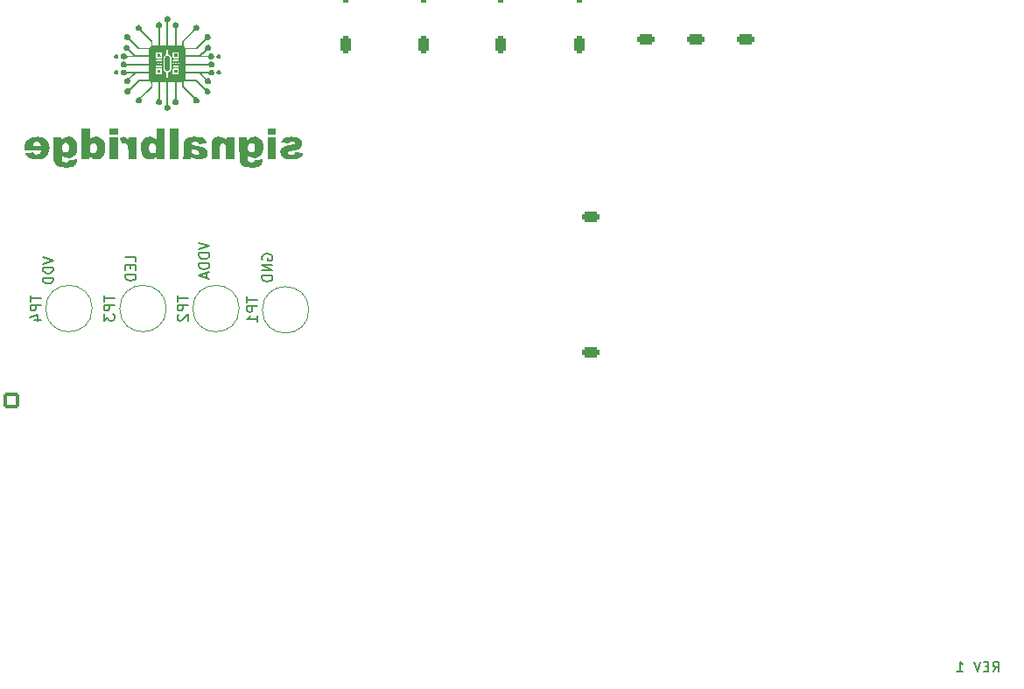
<source format=gbr>
%TF.GenerationSoftware,KiCad,Pcbnew,9.0.3*%
%TF.CreationDate,2025-07-20T16:41:56-03:00*%
%TF.ProjectId,pi_controller,70695f63-6f6e-4747-926f-6c6c65722e6b,1.0*%
%TF.SameCoordinates,Original*%
%TF.FileFunction,Legend,Bot*%
%TF.FilePolarity,Positive*%
%FSLAX46Y46*%
G04 Gerber Fmt 4.6, Leading zero omitted, Abs format (unit mm)*
G04 Created by KiCad (PCBNEW 9.0.3) date 2025-07-20 16:41:56*
%MOMM*%
%LPD*%
G01*
G04 APERTURE LIST*
G04 Aperture macros list*
%AMRoundRect*
0 Rectangle with rounded corners*
0 $1 Rounding radius*
0 $2 $3 $4 $5 $6 $7 $8 $9 X,Y pos of 4 corners*
0 Add a 4 corners polygon primitive as box body*
4,1,4,$2,$3,$4,$5,$6,$7,$8,$9,$2,$3,0*
0 Add four circle primitives for the rounded corners*
1,1,$1+$1,$2,$3*
1,1,$1+$1,$4,$5*
1,1,$1+$1,$6,$7*
1,1,$1+$1,$8,$9*
0 Add four rect primitives between the rounded corners*
20,1,$1+$1,$2,$3,$4,$5,0*
20,1,$1+$1,$4,$5,$6,$7,0*
20,1,$1+$1,$6,$7,$8,$9,0*
20,1,$1+$1,$8,$9,$2,$3,0*%
%AMFreePoly0*
4,1,37,0.603843,0.796157,0.639018,0.796157,0.711114,0.766294,0.766294,0.711114,0.796157,0.639018,0.796157,0.603843,0.800000,0.600000,0.800000,-0.600000,0.796157,-0.603843,0.796157,-0.639018,0.766294,-0.711114,0.711114,-0.766294,0.639018,-0.796157,0.603843,-0.796157,0.600000,-0.800000,0.000000,-0.800000,0.000000,-0.796148,-0.078414,-0.796148,-0.232228,-0.765552,-0.377117,-0.705537,
-0.507515,-0.618408,-0.618408,-0.507515,-0.705537,-0.377117,-0.765552,-0.232228,-0.796148,-0.078414,-0.796148,0.078414,-0.765552,0.232228,-0.705537,0.377117,-0.618408,0.507515,-0.507515,0.618408,-0.377117,0.705537,-0.232228,0.765552,-0.078414,0.796148,0.000000,0.796148,0.000000,0.800000,0.600000,0.800000,0.603843,0.796157,0.603843,0.796157,$1*%
%AMFreePoly1*
4,1,37,0.000000,0.796148,0.078414,0.796148,0.232228,0.765552,0.377117,0.705537,0.507515,0.618408,0.618408,0.507515,0.705537,0.377117,0.765552,0.232228,0.796148,0.078414,0.796148,-0.078414,0.765552,-0.232228,0.705537,-0.377117,0.618408,-0.507515,0.507515,-0.618408,0.377117,-0.705537,0.232228,-0.765552,0.078414,-0.796148,0.000000,-0.796148,0.000000,-0.800000,-0.600000,-0.800000,
-0.603843,-0.796157,-0.639018,-0.796157,-0.711114,-0.766294,-0.766294,-0.711114,-0.796157,-0.639018,-0.796157,-0.603843,-0.800000,-0.600000,-0.800000,0.600000,-0.796157,0.603843,-0.796157,0.639018,-0.766294,0.711114,-0.711114,0.766294,-0.639018,0.796157,-0.603843,0.796157,-0.600000,0.800000,0.000000,0.800000,0.000000,0.796148,0.000000,0.796148,$1*%
G04 Aperture macros list end*
%ADD10C,0.200000*%
%ADD11C,0.150000*%
%ADD12C,0.120000*%
%ADD13C,0.000000*%
%ADD14RoundRect,0.200000X0.600000X-0.600000X0.600000X0.600000X-0.600000X0.600000X-0.600000X-0.600000X0*%
%ADD15C,1.600000*%
%ADD16FreePoly0,90.000000*%
%ADD17FreePoly1,90.000000*%
%ADD18R,3.500000X3.500000*%
%ADD19RoundRect,0.750000X-0.750000X-1.000000X0.750000X-1.000000X0.750000X1.000000X-0.750000X1.000000X0*%
%ADD20RoundRect,0.875000X-0.875000X-0.875000X0.875000X-0.875000X0.875000X0.875000X-0.875000X0.875000X0*%
%ADD21R,1.700000X1.700000*%
%ADD22C,1.700000*%
%ADD23O,1.700000X1.700000*%
%ADD24RoundRect,0.250000X0.265000X0.615000X-0.265000X0.615000X-0.265000X-0.615000X0.265000X-0.615000X0*%
%ADD25O,1.030000X1.730000*%
%ADD26RoundRect,0.250000X-0.615000X0.265000X-0.615000X-0.265000X0.615000X-0.265000X0.615000X0.265000X0*%
%ADD27O,1.730000X1.030000*%
%ADD28C,2.600000*%
%ADD29C,3.800000*%
%ADD30C,4.000000*%
G04 APERTURE END LIST*
D10*
X94117219Y-100683816D02*
X95117219Y-101017149D01*
X95117219Y-101017149D02*
X94117219Y-101350482D01*
X95117219Y-101683816D02*
X94117219Y-101683816D01*
X94117219Y-101683816D02*
X94117219Y-101921911D01*
X94117219Y-101921911D02*
X94164838Y-102064768D01*
X94164838Y-102064768D02*
X94260076Y-102160006D01*
X94260076Y-102160006D02*
X94355314Y-102207625D01*
X94355314Y-102207625D02*
X94545790Y-102255244D01*
X94545790Y-102255244D02*
X94688647Y-102255244D01*
X94688647Y-102255244D02*
X94879123Y-102207625D01*
X94879123Y-102207625D02*
X94974361Y-102160006D01*
X94974361Y-102160006D02*
X95069600Y-102064768D01*
X95069600Y-102064768D02*
X95117219Y-101921911D01*
X95117219Y-101921911D02*
X95117219Y-101683816D01*
X95117219Y-102683816D02*
X94117219Y-102683816D01*
X94117219Y-102683816D02*
X94117219Y-102921911D01*
X94117219Y-102921911D02*
X94164838Y-103064768D01*
X94164838Y-103064768D02*
X94260076Y-103160006D01*
X94260076Y-103160006D02*
X94355314Y-103207625D01*
X94355314Y-103207625D02*
X94545790Y-103255244D01*
X94545790Y-103255244D02*
X94688647Y-103255244D01*
X94688647Y-103255244D02*
X94879123Y-103207625D01*
X94879123Y-103207625D02*
X94974361Y-103160006D01*
X94974361Y-103160006D02*
X95069600Y-103064768D01*
X95069600Y-103064768D02*
X95117219Y-102921911D01*
X95117219Y-102921911D02*
X95117219Y-102683816D01*
X109230219Y-99286816D02*
X110230219Y-99620149D01*
X110230219Y-99620149D02*
X109230219Y-99953482D01*
X110230219Y-100286816D02*
X109230219Y-100286816D01*
X109230219Y-100286816D02*
X109230219Y-100524911D01*
X109230219Y-100524911D02*
X109277838Y-100667768D01*
X109277838Y-100667768D02*
X109373076Y-100763006D01*
X109373076Y-100763006D02*
X109468314Y-100810625D01*
X109468314Y-100810625D02*
X109658790Y-100858244D01*
X109658790Y-100858244D02*
X109801647Y-100858244D01*
X109801647Y-100858244D02*
X109992123Y-100810625D01*
X109992123Y-100810625D02*
X110087361Y-100763006D01*
X110087361Y-100763006D02*
X110182600Y-100667768D01*
X110182600Y-100667768D02*
X110230219Y-100524911D01*
X110230219Y-100524911D02*
X110230219Y-100286816D01*
X110230219Y-101286816D02*
X109230219Y-101286816D01*
X109230219Y-101286816D02*
X109230219Y-101524911D01*
X109230219Y-101524911D02*
X109277838Y-101667768D01*
X109277838Y-101667768D02*
X109373076Y-101763006D01*
X109373076Y-101763006D02*
X109468314Y-101810625D01*
X109468314Y-101810625D02*
X109658790Y-101858244D01*
X109658790Y-101858244D02*
X109801647Y-101858244D01*
X109801647Y-101858244D02*
X109992123Y-101810625D01*
X109992123Y-101810625D02*
X110087361Y-101763006D01*
X110087361Y-101763006D02*
X110182600Y-101667768D01*
X110182600Y-101667768D02*
X110230219Y-101524911D01*
X110230219Y-101524911D02*
X110230219Y-101286816D01*
X109944504Y-102239197D02*
X109944504Y-102715387D01*
X110230219Y-102143959D02*
X109230219Y-102477292D01*
X109230219Y-102477292D02*
X110230219Y-102810625D01*
D11*
X186035792Y-140839819D02*
X186369125Y-140363628D01*
X186607220Y-140839819D02*
X186607220Y-139839819D01*
X186607220Y-139839819D02*
X186226268Y-139839819D01*
X186226268Y-139839819D02*
X186131030Y-139887438D01*
X186131030Y-139887438D02*
X186083411Y-139935057D01*
X186083411Y-139935057D02*
X186035792Y-140030295D01*
X186035792Y-140030295D02*
X186035792Y-140173152D01*
X186035792Y-140173152D02*
X186083411Y-140268390D01*
X186083411Y-140268390D02*
X186131030Y-140316009D01*
X186131030Y-140316009D02*
X186226268Y-140363628D01*
X186226268Y-140363628D02*
X186607220Y-140363628D01*
X185607220Y-140316009D02*
X185273887Y-140316009D01*
X185131030Y-140839819D02*
X185607220Y-140839819D01*
X185607220Y-140839819D02*
X185607220Y-139839819D01*
X185607220Y-139839819D02*
X185131030Y-139839819D01*
X184845315Y-139839819D02*
X184511982Y-140839819D01*
X184511982Y-140839819D02*
X184178649Y-139839819D01*
X182559601Y-140839819D02*
X183131029Y-140839819D01*
X182845315Y-140839819D02*
X182845315Y-139839819D01*
X182845315Y-139839819D02*
X182940553Y-139982676D01*
X182940553Y-139982676D02*
X183035791Y-140077914D01*
X183035791Y-140077914D02*
X183131029Y-140125533D01*
X103120819Y-101142969D02*
X103120819Y-100666779D01*
X103120819Y-100666779D02*
X102120819Y-100666779D01*
X102597009Y-101476303D02*
X102597009Y-101809636D01*
X103120819Y-101952493D02*
X103120819Y-101476303D01*
X103120819Y-101476303D02*
X102120819Y-101476303D01*
X102120819Y-101476303D02*
X102120819Y-101952493D01*
X103120819Y-102381065D02*
X102120819Y-102381065D01*
X102120819Y-102381065D02*
X102120819Y-102619160D01*
X102120819Y-102619160D02*
X102168438Y-102762017D01*
X102168438Y-102762017D02*
X102263676Y-102857255D01*
X102263676Y-102857255D02*
X102358914Y-102904874D01*
X102358914Y-102904874D02*
X102549390Y-102952493D01*
X102549390Y-102952493D02*
X102692247Y-102952493D01*
X102692247Y-102952493D02*
X102882723Y-102904874D01*
X102882723Y-102904874D02*
X102977961Y-102857255D01*
X102977961Y-102857255D02*
X103073200Y-102762017D01*
X103073200Y-102762017D02*
X103120819Y-102619160D01*
X103120819Y-102619160D02*
X103120819Y-102381065D01*
X115376438Y-100936588D02*
X115328819Y-100841350D01*
X115328819Y-100841350D02*
X115328819Y-100698493D01*
X115328819Y-100698493D02*
X115376438Y-100555636D01*
X115376438Y-100555636D02*
X115471676Y-100460398D01*
X115471676Y-100460398D02*
X115566914Y-100412779D01*
X115566914Y-100412779D02*
X115757390Y-100365160D01*
X115757390Y-100365160D02*
X115900247Y-100365160D01*
X115900247Y-100365160D02*
X116090723Y-100412779D01*
X116090723Y-100412779D02*
X116185961Y-100460398D01*
X116185961Y-100460398D02*
X116281200Y-100555636D01*
X116281200Y-100555636D02*
X116328819Y-100698493D01*
X116328819Y-100698493D02*
X116328819Y-100793731D01*
X116328819Y-100793731D02*
X116281200Y-100936588D01*
X116281200Y-100936588D02*
X116233580Y-100984207D01*
X116233580Y-100984207D02*
X115900247Y-100984207D01*
X115900247Y-100984207D02*
X115900247Y-100793731D01*
X116328819Y-101412779D02*
X115328819Y-101412779D01*
X115328819Y-101412779D02*
X116328819Y-101984207D01*
X116328819Y-101984207D02*
X115328819Y-101984207D01*
X116328819Y-102460398D02*
X115328819Y-102460398D01*
X115328819Y-102460398D02*
X115328819Y-102698493D01*
X115328819Y-102698493D02*
X115376438Y-102841350D01*
X115376438Y-102841350D02*
X115471676Y-102936588D01*
X115471676Y-102936588D02*
X115566914Y-102984207D01*
X115566914Y-102984207D02*
X115757390Y-103031826D01*
X115757390Y-103031826D02*
X115900247Y-103031826D01*
X115900247Y-103031826D02*
X116090723Y-102984207D01*
X116090723Y-102984207D02*
X116185961Y-102936588D01*
X116185961Y-102936588D02*
X116281200Y-102841350D01*
X116281200Y-102841350D02*
X116328819Y-102698493D01*
X116328819Y-102698493D02*
X116328819Y-102460398D01*
X113881819Y-104529095D02*
X113881819Y-105100523D01*
X114881819Y-104814809D02*
X113881819Y-104814809D01*
X114881819Y-105433857D02*
X113881819Y-105433857D01*
X113881819Y-105433857D02*
X113881819Y-105814809D01*
X113881819Y-105814809D02*
X113929438Y-105910047D01*
X113929438Y-105910047D02*
X113977057Y-105957666D01*
X113977057Y-105957666D02*
X114072295Y-106005285D01*
X114072295Y-106005285D02*
X114215152Y-106005285D01*
X114215152Y-106005285D02*
X114310390Y-105957666D01*
X114310390Y-105957666D02*
X114358009Y-105910047D01*
X114358009Y-105910047D02*
X114405628Y-105814809D01*
X114405628Y-105814809D02*
X114405628Y-105433857D01*
X114881819Y-106957666D02*
X114881819Y-106386238D01*
X114881819Y-106671952D02*
X113881819Y-106671952D01*
X113881819Y-106671952D02*
X114024676Y-106576714D01*
X114024676Y-106576714D02*
X114119914Y-106481476D01*
X114119914Y-106481476D02*
X114167533Y-106386238D01*
X92926819Y-104402095D02*
X92926819Y-104973523D01*
X93926819Y-104687809D02*
X92926819Y-104687809D01*
X93926819Y-105306857D02*
X92926819Y-105306857D01*
X92926819Y-105306857D02*
X92926819Y-105687809D01*
X92926819Y-105687809D02*
X92974438Y-105783047D01*
X92974438Y-105783047D02*
X93022057Y-105830666D01*
X93022057Y-105830666D02*
X93117295Y-105878285D01*
X93117295Y-105878285D02*
X93260152Y-105878285D01*
X93260152Y-105878285D02*
X93355390Y-105830666D01*
X93355390Y-105830666D02*
X93403009Y-105783047D01*
X93403009Y-105783047D02*
X93450628Y-105687809D01*
X93450628Y-105687809D02*
X93450628Y-105306857D01*
X93260152Y-106735428D02*
X93926819Y-106735428D01*
X92879200Y-106497333D02*
X93593485Y-106259238D01*
X93593485Y-106259238D02*
X93593485Y-106878285D01*
X107150819Y-104402095D02*
X107150819Y-104973523D01*
X108150819Y-104687809D02*
X107150819Y-104687809D01*
X108150819Y-105306857D02*
X107150819Y-105306857D01*
X107150819Y-105306857D02*
X107150819Y-105687809D01*
X107150819Y-105687809D02*
X107198438Y-105783047D01*
X107198438Y-105783047D02*
X107246057Y-105830666D01*
X107246057Y-105830666D02*
X107341295Y-105878285D01*
X107341295Y-105878285D02*
X107484152Y-105878285D01*
X107484152Y-105878285D02*
X107579390Y-105830666D01*
X107579390Y-105830666D02*
X107627009Y-105783047D01*
X107627009Y-105783047D02*
X107674628Y-105687809D01*
X107674628Y-105687809D02*
X107674628Y-105306857D01*
X107246057Y-106259238D02*
X107198438Y-106306857D01*
X107198438Y-106306857D02*
X107150819Y-106402095D01*
X107150819Y-106402095D02*
X107150819Y-106640190D01*
X107150819Y-106640190D02*
X107198438Y-106735428D01*
X107198438Y-106735428D02*
X107246057Y-106783047D01*
X107246057Y-106783047D02*
X107341295Y-106830666D01*
X107341295Y-106830666D02*
X107436533Y-106830666D01*
X107436533Y-106830666D02*
X107579390Y-106783047D01*
X107579390Y-106783047D02*
X108150819Y-106211619D01*
X108150819Y-106211619D02*
X108150819Y-106830666D01*
X100038819Y-104402095D02*
X100038819Y-104973523D01*
X101038819Y-104687809D02*
X100038819Y-104687809D01*
X101038819Y-105306857D02*
X100038819Y-105306857D01*
X100038819Y-105306857D02*
X100038819Y-105687809D01*
X100038819Y-105687809D02*
X100086438Y-105783047D01*
X100086438Y-105783047D02*
X100134057Y-105830666D01*
X100134057Y-105830666D02*
X100229295Y-105878285D01*
X100229295Y-105878285D02*
X100372152Y-105878285D01*
X100372152Y-105878285D02*
X100467390Y-105830666D01*
X100467390Y-105830666D02*
X100515009Y-105783047D01*
X100515009Y-105783047D02*
X100562628Y-105687809D01*
X100562628Y-105687809D02*
X100562628Y-105306857D01*
X100038819Y-106211619D02*
X100038819Y-106830666D01*
X100038819Y-106830666D02*
X100419771Y-106497333D01*
X100419771Y-106497333D02*
X100419771Y-106640190D01*
X100419771Y-106640190D02*
X100467390Y-106735428D01*
X100467390Y-106735428D02*
X100515009Y-106783047D01*
X100515009Y-106783047D02*
X100610247Y-106830666D01*
X100610247Y-106830666D02*
X100848342Y-106830666D01*
X100848342Y-106830666D02*
X100943580Y-106783047D01*
X100943580Y-106783047D02*
X100991200Y-106735428D01*
X100991200Y-106735428D02*
X101038819Y-106640190D01*
X101038819Y-106640190D02*
X101038819Y-106354476D01*
X101038819Y-106354476D02*
X100991200Y-106259238D01*
X100991200Y-106259238D02*
X100943580Y-106211619D01*
D12*
%TO.C,TP1*%
X119852000Y-105791000D02*
G75*
G02*
X115352000Y-105791000I-2250000J0D01*
G01*
X115352000Y-105791000D02*
G75*
G02*
X119852000Y-105791000I2250000J0D01*
G01*
%TO.C,TP4*%
X98897000Y-105664000D02*
G75*
G02*
X94397000Y-105664000I-2250000J0D01*
G01*
X94397000Y-105664000D02*
G75*
G02*
X98897000Y-105664000I2250000J0D01*
G01*
%TO.C,TP2*%
X113121000Y-105664000D02*
G75*
G02*
X108621000Y-105664000I-2250000J0D01*
G01*
X108621000Y-105664000D02*
G75*
G02*
X113121000Y-105664000I2250000J0D01*
G01*
%TO.C,TP3*%
X106062666Y-105664000D02*
G75*
G02*
X101562666Y-105664000I-2250000J0D01*
G01*
X101562666Y-105664000D02*
G75*
G02*
X106062666Y-105664000I2250000J0D01*
G01*
D13*
%TO.C,G\u002A\u002A\u002A*%
G36*
X115444657Y-90175234D02*
G01*
X115434244Y-90289284D01*
X115417649Y-90379989D01*
X115373518Y-90514357D01*
X115288762Y-90681018D01*
X115176875Y-90826205D01*
X115156241Y-90847582D01*
X115025961Y-90955243D01*
X114882676Y-91030452D01*
X114727868Y-91072774D01*
X114563017Y-91081775D01*
X114389607Y-91057020D01*
X114383192Y-91055490D01*
X114256924Y-91015621D01*
X114150806Y-90959326D01*
X114051627Y-90879673D01*
X114010137Y-90842489D01*
X113973870Y-90813323D01*
X113954663Y-90802150D01*
X113953502Y-90802991D01*
X113949572Y-90826339D01*
X113947899Y-90876903D01*
X113948567Y-90948212D01*
X113951658Y-91033796D01*
X113959900Y-91149885D01*
X113977656Y-91266421D01*
X114006079Y-91354870D01*
X114047708Y-91418877D01*
X114105085Y-91462087D01*
X114180752Y-91488142D01*
X114277249Y-91500687D01*
X114355285Y-91499895D01*
X114453399Y-91478093D01*
X114530417Y-91433527D01*
X114582111Y-91368036D01*
X114586556Y-91359219D01*
X114606760Y-91321266D01*
X114618834Y-91301997D01*
X114620706Y-91301095D01*
X114647994Y-91295594D01*
X114702326Y-91287571D01*
X114777506Y-91277719D01*
X114867340Y-91266731D01*
X114965633Y-91255299D01*
X115066190Y-91244117D01*
X115162818Y-91233876D01*
X115249321Y-91225270D01*
X115319505Y-91218992D01*
X115367175Y-91215734D01*
X115386136Y-91216189D01*
X115386170Y-91216223D01*
X115390186Y-91237091D01*
X115392471Y-91283140D01*
X115392531Y-91344464D01*
X115381011Y-91456979D01*
X115338560Y-91593795D01*
X115267340Y-91714354D01*
X115169788Y-91814780D01*
X115048346Y-91891198D01*
X114971270Y-91921980D01*
X114858065Y-91955537D01*
X114729675Y-91984142D01*
X114596843Y-92005083D01*
X114585675Y-92006278D01*
X114516533Y-92009758D01*
X114423277Y-92010338D01*
X114314377Y-92008375D01*
X114198303Y-92004224D01*
X114083526Y-91998243D01*
X113978516Y-91990787D01*
X113891743Y-91982214D01*
X113831677Y-91972880D01*
X113685027Y-91929991D01*
X113529927Y-91854779D01*
X113399112Y-91754709D01*
X113293577Y-91630759D01*
X113214315Y-91483907D01*
X113162323Y-91315129D01*
X113161361Y-91310417D01*
X113156072Y-91276530D01*
X113151571Y-91231137D01*
X113147801Y-91171606D01*
X113144707Y-91095309D01*
X113142231Y-90999615D01*
X113140319Y-90881894D01*
X113138914Y-90739514D01*
X113137959Y-90569847D01*
X113137399Y-90370261D01*
X113137176Y-90138126D01*
X113137160Y-90080959D01*
X113955007Y-90080959D01*
X113958003Y-90161821D01*
X113978120Y-90283402D01*
X114018395Y-90379234D01*
X114080264Y-90452213D01*
X114165160Y-90505236D01*
X114241868Y-90530021D01*
X114342874Y-90534225D01*
X114437935Y-90508247D01*
X114521479Y-90454816D01*
X114587938Y-90376663D01*
X114631741Y-90276518D01*
X114641576Y-90225933D01*
X114648434Y-90134125D01*
X114647129Y-90031863D01*
X114638000Y-89933044D01*
X114621385Y-89851568D01*
X114592525Y-89779880D01*
X114532761Y-89696966D01*
X114456429Y-89639535D01*
X114368986Y-89609190D01*
X114275892Y-89607537D01*
X114182606Y-89636180D01*
X114094586Y-89696723D01*
X114091162Y-89699905D01*
X114027306Y-89773032D01*
X113985172Y-89855843D01*
X113961994Y-89955948D01*
X113955007Y-90080959D01*
X113137160Y-90080959D01*
X113136871Y-89078327D01*
X113515057Y-89078327D01*
X113893242Y-89078327D01*
X113893242Y-89228845D01*
X113893242Y-89379363D01*
X113989248Y-89275665D01*
X114008169Y-89255843D01*
X114130806Y-89153757D01*
X114268744Y-89081941D01*
X114424154Y-89039505D01*
X114599208Y-89025557D01*
X114721869Y-89033253D01*
X114886300Y-89070817D01*
X115033939Y-89138267D01*
X115162863Y-89234075D01*
X115271153Y-89356716D01*
X115356887Y-89504663D01*
X115418144Y-89676388D01*
X115424329Y-89702969D01*
X115438723Y-89801708D01*
X115446904Y-89920578D01*
X115448879Y-90048709D01*
X115446029Y-90134125D01*
X115444657Y-90175234D01*
G37*
G36*
X97467649Y-90175234D02*
G01*
X97457236Y-90289284D01*
X97440640Y-90379989D01*
X97396509Y-90514357D01*
X97311754Y-90681018D01*
X97199867Y-90826205D01*
X97179232Y-90847582D01*
X97048953Y-90955243D01*
X96905668Y-91030452D01*
X96750860Y-91072774D01*
X96586009Y-91081775D01*
X96412598Y-91057020D01*
X96406184Y-91055490D01*
X96279915Y-91015621D01*
X96173798Y-90959326D01*
X96074619Y-90879673D01*
X96033129Y-90842489D01*
X95996862Y-90813323D01*
X95977655Y-90802150D01*
X95976494Y-90802991D01*
X95972564Y-90826339D01*
X95970891Y-90876903D01*
X95971558Y-90948212D01*
X95974650Y-91033796D01*
X95982892Y-91149885D01*
X96000648Y-91266421D01*
X96029070Y-91354870D01*
X96070699Y-91418877D01*
X96128077Y-91462087D01*
X96203743Y-91488142D01*
X96300240Y-91500687D01*
X96378277Y-91499895D01*
X96476390Y-91478093D01*
X96553409Y-91433527D01*
X96605102Y-91368036D01*
X96609548Y-91359219D01*
X96629752Y-91321266D01*
X96641825Y-91301997D01*
X96643697Y-91301095D01*
X96670986Y-91295594D01*
X96725318Y-91287571D01*
X96800498Y-91277719D01*
X96890331Y-91266731D01*
X96988624Y-91255299D01*
X97089182Y-91244117D01*
X97185810Y-91233876D01*
X97272313Y-91225270D01*
X97342497Y-91218992D01*
X97390166Y-91215734D01*
X97409128Y-91216189D01*
X97409161Y-91216223D01*
X97413178Y-91237091D01*
X97415463Y-91283140D01*
X97415523Y-91344464D01*
X97404002Y-91456979D01*
X97361552Y-91593795D01*
X97290331Y-91714354D01*
X97192780Y-91814780D01*
X97071338Y-91891198D01*
X96994262Y-91921980D01*
X96881057Y-91955537D01*
X96752666Y-91984142D01*
X96619835Y-92005083D01*
X96608666Y-92006278D01*
X96539525Y-92009758D01*
X96446269Y-92010338D01*
X96337369Y-92008375D01*
X96221295Y-92004224D01*
X96106518Y-91998243D01*
X96001508Y-91990787D01*
X95914734Y-91982214D01*
X95854669Y-91972880D01*
X95708019Y-91929991D01*
X95552919Y-91854779D01*
X95422104Y-91754709D01*
X95316568Y-91630759D01*
X95237307Y-91483907D01*
X95185315Y-91315129D01*
X95184353Y-91310417D01*
X95179064Y-91276530D01*
X95174562Y-91231137D01*
X95170793Y-91171606D01*
X95167698Y-91095309D01*
X95165223Y-90999615D01*
X95163311Y-90881894D01*
X95161906Y-90739514D01*
X95160951Y-90569847D01*
X95160390Y-90370261D01*
X95160168Y-90138126D01*
X95160152Y-90080959D01*
X95978198Y-90080959D01*
X95981072Y-90161480D01*
X96001051Y-90283136D01*
X96041276Y-90379066D01*
X96103169Y-90452141D01*
X96188152Y-90505236D01*
X96264859Y-90530021D01*
X96365866Y-90534225D01*
X96460926Y-90508247D01*
X96544471Y-90454816D01*
X96610930Y-90376663D01*
X96654733Y-90276518D01*
X96664813Y-90223666D01*
X96671412Y-90132656D01*
X96670242Y-90031780D01*
X96661601Y-89935010D01*
X96645786Y-89856315D01*
X96643004Y-89847282D01*
X96595548Y-89746486D01*
X96528921Y-89671369D01*
X96448312Y-89623167D01*
X96358912Y-89603113D01*
X96265910Y-89612439D01*
X96174496Y-89652380D01*
X96089860Y-89724170D01*
X96083713Y-89731080D01*
X96033204Y-89800072D01*
X96000713Y-89875210D01*
X95983344Y-89965753D01*
X95978198Y-90080959D01*
X95160152Y-90080959D01*
X95159863Y-89078327D01*
X95538048Y-89078327D01*
X95916234Y-89078327D01*
X95916234Y-89228845D01*
X95916234Y-89379363D01*
X96012240Y-89275665D01*
X96031161Y-89255843D01*
X96153798Y-89153757D01*
X96291735Y-89081941D01*
X96447145Y-89039505D01*
X96622200Y-89025557D01*
X96744861Y-89033253D01*
X96909292Y-89070817D01*
X97056930Y-89138267D01*
X97185855Y-89234075D01*
X97294145Y-89356716D01*
X97379879Y-89504663D01*
X97441135Y-89676388D01*
X97447321Y-89702969D01*
X97461715Y-89801708D01*
X97469896Y-89920578D01*
X97471871Y-90048709D01*
X97469070Y-90132656D01*
X97467649Y-90175234D01*
G37*
G36*
X118386298Y-89039693D02*
G01*
X118543944Y-89051485D01*
X118676751Y-89072579D01*
X118789416Y-89104272D01*
X118886636Y-89147863D01*
X118973109Y-89204651D01*
X119053531Y-89275934D01*
X119133693Y-89375695D01*
X119191606Y-89495494D01*
X119220043Y-89622405D01*
X119219640Y-89751232D01*
X119191034Y-89876775D01*
X119134865Y-89993836D01*
X119051770Y-90097217D01*
X118942387Y-90181720D01*
X118909734Y-90200497D01*
X118862809Y-90224016D01*
X118810659Y-90245195D01*
X118748380Y-90265431D01*
X118671066Y-90286125D01*
X118573811Y-90308674D01*
X118451712Y-90334477D01*
X118299862Y-90364933D01*
X118257940Y-90373255D01*
X118136300Y-90398267D01*
X118043238Y-90419512D01*
X117974040Y-90438666D01*
X117923994Y-90457405D01*
X117888388Y-90477404D01*
X117862509Y-90500339D01*
X117841646Y-90527887D01*
X117828285Y-90554192D01*
X117823497Y-90610539D01*
X117847842Y-90664149D01*
X117897241Y-90711686D01*
X117967617Y-90749809D01*
X118054893Y-90775181D01*
X118154991Y-90784462D01*
X118230901Y-90778072D01*
X118335294Y-90742980D01*
X118421324Y-90678378D01*
X118486894Y-90585524D01*
X118521306Y-90518414D01*
X118612710Y-90528385D01*
X118639670Y-90531192D01*
X118706157Y-90537727D01*
X118794252Y-90546104D01*
X118895693Y-90555540D01*
X119002221Y-90565255D01*
X119079829Y-90572480D01*
X119168759Y-90581375D01*
X119240253Y-90589241D01*
X119288437Y-90595423D01*
X119307441Y-90599266D01*
X119310000Y-90608879D01*
X119302728Y-90645145D01*
X119283258Y-90698537D01*
X119255239Y-90760576D01*
X119222317Y-90822781D01*
X119188139Y-90876673D01*
X119109466Y-90969779D01*
X119001751Y-91057156D01*
X118872742Y-91124414D01*
X118718888Y-91173347D01*
X118536641Y-91205748D01*
X118527565Y-91206842D01*
X118420907Y-91215196D01*
X118295739Y-91218580D01*
X118160990Y-91217343D01*
X118025588Y-91211835D01*
X117898463Y-91202404D01*
X117788542Y-91189402D01*
X117704756Y-91173177D01*
X117683769Y-91167508D01*
X117515079Y-91106714D01*
X117373283Y-91026479D01*
X117259491Y-90927968D01*
X117174812Y-90812348D01*
X117120355Y-90680784D01*
X117097230Y-90534443D01*
X117101197Y-90415754D01*
X117133809Y-90281174D01*
X117197092Y-90163700D01*
X117290905Y-90063516D01*
X117415107Y-89980807D01*
X117569558Y-89915756D01*
X117606873Y-89904840D01*
X117687330Y-89885530D01*
X117787502Y-89864843D01*
X117898178Y-89844641D01*
X118010152Y-89826782D01*
X118058938Y-89819573D01*
X118193254Y-89798712D01*
X118297539Y-89780007D01*
X118375529Y-89761955D01*
X118430961Y-89743053D01*
X118467570Y-89721794D01*
X118489094Y-89696677D01*
X118499268Y-89666196D01*
X118501829Y-89628847D01*
X118491306Y-89576813D01*
X118452283Y-89524800D01*
X118389251Y-89487741D01*
X118307289Y-89467489D01*
X118211472Y-89465894D01*
X118106879Y-89484809D01*
X118103209Y-89485885D01*
X118049020Y-89511369D01*
X117992712Y-89551197D01*
X117945797Y-89596034D01*
X117919788Y-89636542D01*
X117910929Y-89643076D01*
X117885461Y-89646690D01*
X117839843Y-89646698D01*
X117770378Y-89642973D01*
X117673368Y-89635392D01*
X117545117Y-89623827D01*
X117510408Y-89620539D01*
X117403749Y-89609976D01*
X117310991Y-89600104D01*
X117237420Y-89591531D01*
X117188321Y-89584862D01*
X117168979Y-89580703D01*
X117168649Y-89580340D01*
X117169906Y-89557319D01*
X117187851Y-89513876D01*
X117218190Y-89457429D01*
X117256626Y-89395400D01*
X117298864Y-89335206D01*
X117340607Y-89284268D01*
X117373850Y-89249504D01*
X117447882Y-89184552D01*
X117527869Y-89133433D01*
X117618614Y-89094735D01*
X117724917Y-89067045D01*
X117851582Y-89048951D01*
X118003412Y-89039041D01*
X118185209Y-89035903D01*
X118199117Y-89035903D01*
X118386298Y-89039693D01*
G37*
G36*
X110048106Y-90608659D02*
G01*
X110041481Y-90726373D01*
X110017146Y-90825475D01*
X109970807Y-90914482D01*
X109898182Y-91004702D01*
X109820169Y-91075406D01*
X109693307Y-91149617D01*
X109541438Y-91199391D01*
X109491656Y-91208413D01*
X109377138Y-91217316D01*
X109231885Y-91216039D01*
X109084430Y-91205477D01*
X108934972Y-91180374D01*
X108804380Y-91139142D01*
X108684853Y-91079217D01*
X108568592Y-90998036D01*
X108479057Y-90927263D01*
X108467361Y-90989608D01*
X108467245Y-90990222D01*
X108450594Y-91051599D01*
X108427151Y-91111747D01*
X108398638Y-91171540D01*
X108023710Y-91171540D01*
X107982252Y-91171513D01*
X107875810Y-91171182D01*
X107784150Y-91170519D01*
X107712372Y-91169585D01*
X107665575Y-91168440D01*
X107648859Y-91167143D01*
X107649005Y-91166396D01*
X107656026Y-91144583D01*
X107671485Y-91099479D01*
X107692463Y-91039615D01*
X107702878Y-91009576D01*
X107712609Y-90977917D01*
X107720229Y-90945159D01*
X107726002Y-90907041D01*
X107730193Y-90859304D01*
X107733066Y-90797686D01*
X107734886Y-90717929D01*
X107735916Y-90615773D01*
X107736422Y-90486956D01*
X107736667Y-90327219D01*
X107737078Y-90181490D01*
X107737149Y-90173713D01*
X108528284Y-90173713D01*
X108528284Y-90286652D01*
X108531466Y-90367129D01*
X108553402Y-90488111D01*
X108597914Y-90585705D01*
X108667032Y-90663716D01*
X108762789Y-90725951D01*
X108845983Y-90759416D01*
X108950834Y-90779522D01*
X109050118Y-90775990D01*
X109136634Y-90749249D01*
X109203183Y-90699727D01*
X109225217Y-90665196D01*
X109243271Y-90596063D01*
X109240465Y-90521381D01*
X109216037Y-90455601D01*
X109199817Y-90432415D01*
X109173085Y-90404687D01*
X109136627Y-90379364D01*
X109085592Y-90354141D01*
X109015130Y-90326709D01*
X108920393Y-90294761D01*
X108796532Y-90255989D01*
X108528284Y-90173713D01*
X107737149Y-90173713D01*
X107738548Y-90021116D01*
X107741517Y-89888594D01*
X107746459Y-89779796D01*
X107753851Y-89690593D01*
X107764168Y-89616855D01*
X107777887Y-89554453D01*
X107795482Y-89499259D01*
X107817431Y-89447145D01*
X107844208Y-89393980D01*
X107884325Y-89327828D01*
X107963006Y-89236900D01*
X108061776Y-89164945D01*
X108185192Y-89108934D01*
X108337814Y-89065836D01*
X108341024Y-89065134D01*
X108421281Y-89052872D01*
X108528089Y-89043735D01*
X108653751Y-89037715D01*
X108790566Y-89034806D01*
X108930833Y-89035002D01*
X109066854Y-89038297D01*
X109190929Y-89044683D01*
X109295358Y-89054155D01*
X109372441Y-89066706D01*
X109373457Y-89066941D01*
X109543730Y-89118025D01*
X109683824Y-89185520D01*
X109795088Y-89270244D01*
X109878872Y-89373012D01*
X109896221Y-89402962D01*
X109925382Y-89462223D01*
X109952044Y-89525607D01*
X109972869Y-89584233D01*
X109984516Y-89629218D01*
X109983646Y-89651682D01*
X109981114Y-89652623D01*
X109952636Y-89657757D01*
X109897689Y-89665691D01*
X109822410Y-89675693D01*
X109732935Y-89687031D01*
X109635399Y-89698973D01*
X109535938Y-89710786D01*
X109440686Y-89721738D01*
X109355781Y-89731097D01*
X109287357Y-89738130D01*
X109241549Y-89742105D01*
X109224495Y-89742290D01*
X109222426Y-89737891D01*
X109208391Y-89710559D01*
X109185796Y-89667593D01*
X109158959Y-89626164D01*
X109090566Y-89565307D01*
X108996842Y-89525591D01*
X108875606Y-89505880D01*
X108862703Y-89504989D01*
X108743198Y-89505274D01*
X108652598Y-89523852D01*
X108589328Y-89561622D01*
X108551816Y-89619482D01*
X108538488Y-89698331D01*
X108537079Y-89770098D01*
X108682272Y-89819422D01*
X108738856Y-89836775D01*
X108827153Y-89860722D01*
X108933550Y-89887391D01*
X109049385Y-89914619D01*
X109165998Y-89940243D01*
X109166952Y-89940445D01*
X109335289Y-89977058D01*
X109473213Y-90009819D01*
X109585041Y-90040340D01*
X109675090Y-90070233D01*
X109747677Y-90101109D01*
X109807119Y-90134582D01*
X109857733Y-90172262D01*
X109903835Y-90215762D01*
X109951507Y-90271400D01*
X110006718Y-90366897D01*
X110037947Y-90476675D01*
X110047136Y-90596063D01*
X110048106Y-90608659D01*
G37*
G36*
X105907370Y-91171540D02*
G01*
X105529184Y-91171540D01*
X105150998Y-91171540D01*
X105150998Y-91028032D01*
X105150998Y-90884524D01*
X105040706Y-90990432D01*
X104993132Y-91034204D01*
X104897679Y-91107484D01*
X104800339Y-91159467D01*
X104689248Y-91197131D01*
X104661264Y-91204128D01*
X104498321Y-91224484D01*
X104336661Y-91211687D01*
X104181396Y-91167110D01*
X104037640Y-91092127D01*
X103910506Y-90988108D01*
X103882969Y-90959355D01*
X103786145Y-90836667D01*
X103711928Y-90700845D01*
X103658633Y-90547322D01*
X103624573Y-90371532D01*
X103608063Y-90168909D01*
X103607873Y-90158395D01*
X104408177Y-90158395D01*
X104415156Y-90260630D01*
X104428259Y-90352555D01*
X104446540Y-90421864D01*
X104468807Y-90470667D01*
X104531328Y-90554402D01*
X104612762Y-90610323D01*
X104681769Y-90634047D01*
X104780251Y-90639427D01*
X104880395Y-90610188D01*
X104953216Y-90563879D01*
X105020776Y-90483136D01*
X105067050Y-90375367D01*
X105091729Y-90241337D01*
X105094503Y-90081811D01*
X105092465Y-90047768D01*
X105075556Y-89923355D01*
X105043408Y-89825108D01*
X104993664Y-89747545D01*
X104923968Y-89685183D01*
X104903881Y-89671536D01*
X104857107Y-89646740D01*
X104807556Y-89635229D01*
X104739146Y-89632413D01*
X104709625Y-89632746D01*
X104651688Y-89638023D01*
X104608259Y-89652986D01*
X104564598Y-89681805D01*
X104550402Y-89693223D01*
X104484818Y-89768400D01*
X104439813Y-89866732D01*
X104413496Y-89992096D01*
X104408269Y-90058159D01*
X104408177Y-90158395D01*
X103607873Y-90158395D01*
X103606178Y-90064819D01*
X103617246Y-89862164D01*
X103649610Y-89684245D01*
X103704144Y-89528201D01*
X103781725Y-89391170D01*
X103883230Y-89270289D01*
X103970878Y-89194705D01*
X104109436Y-89111779D01*
X104260658Y-89056864D01*
X104419274Y-89030229D01*
X104580011Y-89032147D01*
X104737598Y-89062885D01*
X104886766Y-89122715D01*
X105022242Y-89211907D01*
X105098228Y-89274173D01*
X105098228Y-88771679D01*
X105098228Y-88269186D01*
X105502799Y-88269186D01*
X105907370Y-88269186D01*
X105907370Y-89720363D01*
X105907370Y-90081811D01*
X105907370Y-91171540D01*
G37*
G36*
X100162622Y-90098549D02*
G01*
X100162110Y-90164280D01*
X100156276Y-90301184D01*
X100142295Y-90417506D01*
X100118122Y-90523262D01*
X100081712Y-90628467D01*
X100031021Y-90743138D01*
X99977902Y-90841075D01*
X99878109Y-90975319D01*
X99761318Y-91082175D01*
X99630095Y-91159461D01*
X99487009Y-91204997D01*
X99376309Y-91219754D01*
X99214981Y-91217614D01*
X99060248Y-91188680D01*
X98917727Y-91134692D01*
X98793032Y-91057389D01*
X98691779Y-90958514D01*
X98671882Y-90934882D01*
X98640739Y-90902713D01*
X98622154Y-90890100D01*
X98620082Y-90891513D01*
X98613674Y-90916262D01*
X98609194Y-90965472D01*
X98607508Y-91030820D01*
X98607508Y-91171540D01*
X98238117Y-91171540D01*
X97868727Y-91171540D01*
X97868727Y-90136111D01*
X98674014Y-90136111D01*
X98680160Y-90253840D01*
X98698165Y-90360355D01*
X98728033Y-90444704D01*
X98775183Y-90516780D01*
X98841438Y-90583249D01*
X98912081Y-90625130D01*
X98959053Y-90638737D01*
X99055031Y-90642121D01*
X99145783Y-90614727D01*
X99226314Y-90559471D01*
X99291631Y-90479271D01*
X99336739Y-90377044D01*
X99336856Y-90376649D01*
X99352151Y-90298863D01*
X99360841Y-90199686D01*
X99362698Y-90092243D01*
X99357493Y-89989659D01*
X99344995Y-89905058D01*
X99328976Y-89850747D01*
X99279485Y-89757399D01*
X99211934Y-89688266D01*
X99131695Y-89644070D01*
X99044138Y-89625530D01*
X98954634Y-89633366D01*
X98868553Y-89668299D01*
X98791267Y-89731049D01*
X98728146Y-89822336D01*
X98726717Y-89825167D01*
X98697295Y-89910822D01*
X98679726Y-90018121D01*
X98674014Y-90136111D01*
X97868727Y-90136111D01*
X97868727Y-89720363D01*
X97868727Y-88269186D01*
X98273298Y-88269186D01*
X98677868Y-88269186D01*
X98677868Y-88772548D01*
X98677868Y-89275911D01*
X98747436Y-89213061D01*
X98825034Y-89152223D01*
X98935678Y-89093670D01*
X99068693Y-89052127D01*
X99233414Y-89028004D01*
X99402159Y-89033995D01*
X99562200Y-89070605D01*
X99709832Y-89136168D01*
X99841352Y-89229016D01*
X99953057Y-89347483D01*
X100041243Y-89489902D01*
X100064237Y-89538483D01*
X100104740Y-89637538D01*
X100132944Y-89733612D01*
X100150735Y-89836166D01*
X100159999Y-89954658D01*
X100162507Y-90092243D01*
X100162622Y-90098549D01*
G37*
G36*
X94765652Y-90054574D02*
G01*
X94766594Y-90071015D01*
X94761099Y-90276899D01*
X94722705Y-90470600D01*
X94651315Y-90652635D01*
X94605752Y-90736255D01*
X94500594Y-90883211D01*
X94376089Y-91002287D01*
X94230288Y-91094860D01*
X94061240Y-91162305D01*
X93866996Y-91205997D01*
X93853447Y-91207806D01*
X93788416Y-91212877D01*
X93700914Y-91216173D01*
X93600718Y-91217417D01*
X93497605Y-91216338D01*
X93485262Y-91216035D01*
X93290156Y-91205195D01*
X93123358Y-91182571D01*
X92979765Y-91146531D01*
X92854271Y-91095447D01*
X92741772Y-91027688D01*
X92637163Y-90941626D01*
X92621247Y-90926391D01*
X92566413Y-90869379D01*
X92512686Y-90807687D01*
X92464699Y-90747344D01*
X92427081Y-90694382D01*
X92404464Y-90654832D01*
X92401480Y-90634724D01*
X92405609Y-90633314D01*
X92438106Y-90628037D01*
X92498317Y-90620557D01*
X92581061Y-90611457D01*
X92681157Y-90601318D01*
X92793426Y-90590722D01*
X93176265Y-90555826D01*
X93245218Y-90624779D01*
X93270891Y-90648590D01*
X93367423Y-90711365D01*
X93470755Y-90743879D01*
X93575630Y-90747841D01*
X93676790Y-90724961D01*
X93768979Y-90676947D01*
X93846938Y-90605508D01*
X93905410Y-90512354D01*
X93939138Y-90399193D01*
X93950647Y-90327219D01*
X93145464Y-90327219D01*
X92340282Y-90327219D01*
X92350971Y-90120536D01*
X92355544Y-90049709D01*
X92371275Y-89922648D01*
X93153929Y-89922648D01*
X93552288Y-89922648D01*
X93950647Y-89922648D01*
X93939138Y-89850674D01*
X93936462Y-89835514D01*
X93900098Y-89725582D01*
X93840479Y-89635232D01*
X93762749Y-89566352D01*
X93672054Y-89520826D01*
X93573539Y-89500540D01*
X93472348Y-89507381D01*
X93373627Y-89543235D01*
X93282522Y-89609988D01*
X93240351Y-89663457D01*
X93198540Y-89753209D01*
X93164620Y-89874276D01*
X93153929Y-89922648D01*
X92371275Y-89922648D01*
X92378040Y-89868001D01*
X92416149Y-89711744D01*
X92471904Y-89575544D01*
X92547339Y-89454002D01*
X92644489Y-89341723D01*
X92672033Y-89314883D01*
X92801366Y-89211685D01*
X92945951Y-89133413D01*
X93113897Y-89075466D01*
X93135447Y-89069825D01*
X93195772Y-89056600D01*
X93259484Y-89047372D01*
X93334526Y-89041432D01*
X93428842Y-89038075D01*
X93550375Y-89036591D01*
X93662456Y-89036460D01*
X93751663Y-89038016D01*
X93821124Y-89041977D01*
X93878686Y-89049032D01*
X93932198Y-89059871D01*
X93989508Y-89075184D01*
X94077012Y-89103047D01*
X94220563Y-89165160D01*
X94346756Y-89245522D01*
X94466515Y-89350438D01*
X94534268Y-89423437D01*
X94629458Y-89556519D01*
X94698191Y-89702395D01*
X94742809Y-89866577D01*
X94749622Y-89922648D01*
X94765652Y-90054574D01*
G37*
G36*
X116690057Y-90124934D02*
G01*
X116690057Y-91171540D01*
X116285486Y-91171540D01*
X115880915Y-91171540D01*
X115880915Y-90124934D01*
X115880915Y-89078327D01*
X116285486Y-89078327D01*
X116690057Y-89078327D01*
X116690057Y-90124934D01*
G37*
G36*
X111355656Y-89044429D02*
G01*
X111515834Y-89093896D01*
X111663802Y-89176109D01*
X111801005Y-89291597D01*
X111923159Y-89413751D01*
X111923159Y-89246039D01*
X111923159Y-89078327D01*
X112292550Y-89078327D01*
X112661940Y-89078327D01*
X112661940Y-90124934D01*
X112661940Y-91171540D01*
X112258373Y-91171540D01*
X111854806Y-91171540D01*
X111849405Y-90533902D01*
X111844004Y-89896263D01*
X111795880Y-89814400D01*
X111762873Y-89768215D01*
X111692176Y-89707420D01*
X111610003Y-89671041D01*
X111523195Y-89659564D01*
X111438595Y-89673474D01*
X111363045Y-89713258D01*
X111303388Y-89779403D01*
X111298164Y-89787924D01*
X111288883Y-89805064D01*
X111281376Y-89824704D01*
X111275420Y-89850473D01*
X111270787Y-89886004D01*
X111267252Y-89934927D01*
X111264591Y-90000873D01*
X111262577Y-90087474D01*
X111260985Y-90198361D01*
X111259590Y-90337165D01*
X111258165Y-90507517D01*
X111252797Y-91171540D01*
X110848057Y-91171540D01*
X110443318Y-91171540D01*
X110450169Y-90384387D01*
X110450194Y-90381426D01*
X110452096Y-90185955D01*
X110454174Y-90022472D01*
X110456549Y-89887829D01*
X110459341Y-89778876D01*
X110462672Y-89692466D01*
X110466663Y-89625450D01*
X110471435Y-89574680D01*
X110477109Y-89537007D01*
X110483805Y-89509283D01*
X110508815Y-89437995D01*
X110579970Y-89302407D01*
X110673864Y-89193634D01*
X110790208Y-89111904D01*
X110928714Y-89057444D01*
X111089095Y-89030482D01*
X111181821Y-89027176D01*
X111355656Y-89044429D01*
G37*
G36*
X107244212Y-89720363D02*
G01*
X107244212Y-91171540D01*
X106839641Y-91171540D01*
X106435070Y-91171540D01*
X106435070Y-89720363D01*
X106435070Y-88269186D01*
X106839641Y-88269186D01*
X107244212Y-88269186D01*
X107244212Y-89720363D01*
G37*
G36*
X102088417Y-89045100D02*
G01*
X102171996Y-89073534D01*
X102201868Y-89091664D01*
X102280136Y-89157625D01*
X102354592Y-89244339D01*
X102416473Y-89342177D01*
X102458086Y-89421333D01*
X102458905Y-89249830D01*
X102459724Y-89078327D01*
X102837910Y-89078327D01*
X103216095Y-89078327D01*
X103216095Y-90124934D01*
X103216095Y-91171540D01*
X102811525Y-91171540D01*
X102406954Y-91171540D01*
X102406821Y-90753777D01*
X102406342Y-90637504D01*
X102402868Y-90445014D01*
X102395574Y-90282539D01*
X102383915Y-90146796D01*
X102367346Y-90034500D01*
X102345324Y-89942369D01*
X102317304Y-89867117D01*
X102282741Y-89805463D01*
X102241091Y-89754122D01*
X102177481Y-89699529D01*
X102106490Y-89668026D01*
X102024450Y-89662440D01*
X101923228Y-89680900D01*
X101873037Y-89692398D01*
X101827674Y-89698927D01*
X101805589Y-89696920D01*
X101799023Y-89685649D01*
X101780005Y-89646159D01*
X101751708Y-89583970D01*
X101716675Y-89504698D01*
X101677448Y-89413954D01*
X101670225Y-89397033D01*
X101627902Y-89295580D01*
X101599327Y-89221665D01*
X101583292Y-89171594D01*
X101578589Y-89141670D01*
X101584008Y-89128197D01*
X101650631Y-89093425D01*
X101755750Y-89058880D01*
X101870370Y-89038695D01*
X101984567Y-89033794D01*
X102088417Y-89045100D01*
G37*
G36*
X101404322Y-90124934D02*
G01*
X101404322Y-91171540D01*
X100999752Y-91171540D01*
X100595181Y-91171540D01*
X100595181Y-90124934D01*
X100595181Y-89078327D01*
X100999752Y-89078327D01*
X101404322Y-89078327D01*
X101404322Y-90124934D01*
G37*
G36*
X116690057Y-88550626D02*
G01*
X116690057Y-88832067D01*
X116285486Y-88832067D01*
X115880915Y-88832067D01*
X115880915Y-88550626D01*
X115880915Y-88269186D01*
X116285486Y-88269186D01*
X116690057Y-88269186D01*
X116690057Y-88550626D01*
G37*
G36*
X101404322Y-88550626D02*
G01*
X101404322Y-88832067D01*
X100999752Y-88832067D01*
X100595181Y-88832067D01*
X100595181Y-88550626D01*
X100595181Y-88269186D01*
X100999752Y-88269186D01*
X101404322Y-88269186D01*
X101404322Y-88550626D01*
G37*
G36*
X107947813Y-81162815D02*
G01*
X108594446Y-81162815D01*
X109241080Y-81162815D01*
X109529353Y-80874143D01*
X109817627Y-80585472D01*
X109807202Y-80497451D01*
X109805640Y-80482022D01*
X109810790Y-80373147D01*
X109843812Y-80278448D01*
X109902267Y-80202716D01*
X109983714Y-80150744D01*
X109990806Y-80147868D01*
X110086769Y-80125752D01*
X110175805Y-80133552D01*
X110254531Y-80166503D01*
X110319563Y-80219837D01*
X110367516Y-80288791D01*
X110395005Y-80368597D01*
X110398646Y-80454491D01*
X110375055Y-80541705D01*
X110320847Y-80625476D01*
X110297048Y-80650036D01*
X110227155Y-80696532D01*
X110142312Y-80717540D01*
X110036034Y-80715103D01*
X109929598Y-80703061D01*
X109703872Y-80928286D01*
X109636517Y-80996107D01*
X109573161Y-81061208D01*
X109523011Y-81114171D01*
X109490021Y-81150815D01*
X109478145Y-81166958D01*
X109490210Y-81170689D01*
X109532257Y-81174568D01*
X109599053Y-81177645D01*
X109684956Y-81179673D01*
X109784321Y-81180405D01*
X110090496Y-81180405D01*
X110154710Y-81091024D01*
X110176113Y-81063389D01*
X110254977Y-80990675D01*
X110341677Y-80948904D01*
X110431844Y-80938799D01*
X110521111Y-80961082D01*
X110605109Y-81016478D01*
X110662710Y-81085775D01*
X110697285Y-81172157D01*
X110701998Y-81262786D01*
X110677624Y-81351493D01*
X110624934Y-81432106D01*
X110544702Y-81498457D01*
X110475823Y-81526053D01*
X110388270Y-81530588D01*
X110300342Y-81507649D01*
X110220053Y-81459505D01*
X110155421Y-81388419D01*
X110110887Y-81321125D01*
X109029350Y-81321125D01*
X107947813Y-81321125D01*
X107947813Y-81637745D01*
X107947813Y-81931035D01*
X107947813Y-81954366D01*
X109037943Y-81954366D01*
X110128073Y-81954366D01*
X110154011Y-81904207D01*
X110187804Y-81851126D01*
X110255536Y-81786131D01*
X110334652Y-81745673D01*
X110419326Y-81729012D01*
X110503735Y-81735405D01*
X110582054Y-81764108D01*
X110648458Y-81814379D01*
X110697125Y-81885476D01*
X110722229Y-81976656D01*
X110724660Y-82026088D01*
X110707528Y-82125501D01*
X110661422Y-82207896D01*
X110588876Y-82269631D01*
X110492420Y-82307067D01*
X110465663Y-82312761D01*
X110414115Y-82319168D01*
X110371182Y-82312987D01*
X110318990Y-82292741D01*
X110295586Y-82281091D01*
X110242520Y-82245879D01*
X110206086Y-82209775D01*
X110191128Y-82186852D01*
X110178480Y-82166663D01*
X110165909Y-82149640D01*
X110150703Y-82135528D01*
X110130149Y-82124072D01*
X110101536Y-82115015D01*
X110062152Y-82108103D01*
X110009284Y-82103080D01*
X109940220Y-82099690D01*
X109852250Y-82097679D01*
X109742659Y-82096790D01*
X109608737Y-82096767D01*
X109447772Y-82097357D01*
X109257051Y-82098302D01*
X109033862Y-82099348D01*
X107956608Y-82103881D01*
X107955050Y-82205154D01*
X107951804Y-82416104D01*
X107948361Y-82639905D01*
X107947001Y-82728327D01*
X109036826Y-82728327D01*
X110126651Y-82728327D01*
X110176186Y-82655347D01*
X110194664Y-82630529D01*
X110267508Y-82564723D01*
X110350895Y-82527219D01*
X110438614Y-82517115D01*
X110524458Y-82533511D01*
X110602215Y-82575504D01*
X110665678Y-82642193D01*
X110708637Y-82732675D01*
X110708886Y-82733511D01*
X110717090Y-82814737D01*
X110700657Y-82903643D01*
X110662218Y-82985880D01*
X110639629Y-83014895D01*
X110571539Y-83066484D01*
X110489481Y-83094121D01*
X110401509Y-83098065D01*
X110315675Y-83078577D01*
X110240031Y-83035919D01*
X110182629Y-82970351D01*
X110165988Y-82942323D01*
X110146848Y-82914331D01*
X110125454Y-82894556D01*
X110096317Y-82881572D01*
X110053952Y-82873955D01*
X109992870Y-82870278D01*
X109907584Y-82869117D01*
X109792606Y-82869047D01*
X109727328Y-82869298D01*
X109621308Y-82871143D01*
X109543349Y-82874672D01*
X109495817Y-82879755D01*
X109481077Y-82886262D01*
X109492544Y-82901624D01*
X109524772Y-82938787D01*
X109573706Y-82992957D01*
X109635372Y-83059738D01*
X109705793Y-83134734D01*
X109924646Y-83365993D01*
X110040003Y-83355529D01*
X110065694Y-83353690D01*
X110175772Y-83360319D01*
X110264082Y-83393644D01*
X110332997Y-83454971D01*
X110384893Y-83545611D01*
X110392081Y-83564935D01*
X110404762Y-83654128D01*
X110387938Y-83741115D01*
X110345913Y-83819647D01*
X110282994Y-83883477D01*
X110203486Y-83926357D01*
X110111695Y-83942039D01*
X110047680Y-83936190D01*
X109955231Y-83903154D01*
X109882005Y-83845092D01*
X109831737Y-83766716D01*
X109808164Y-83672739D01*
X109815023Y-83567873D01*
X109833832Y-83480171D01*
X109537450Y-83183404D01*
X109241068Y-82886637D01*
X108594440Y-82886637D01*
X107947813Y-82886637D01*
X107947813Y-83184928D01*
X107947813Y-83483218D01*
X108475406Y-83488356D01*
X109003000Y-83493493D01*
X109441234Y-83931489D01*
X109879468Y-84369485D01*
X109972713Y-84358441D01*
X110042560Y-84355711D01*
X110145493Y-84374130D01*
X110232536Y-84418137D01*
X110298698Y-84484831D01*
X110338988Y-84571312D01*
X110349155Y-84649874D01*
X110333272Y-84741441D01*
X110290124Y-84822164D01*
X110224075Y-84886583D01*
X110139486Y-84929239D01*
X110040718Y-84944671D01*
X109994850Y-84940936D01*
X109907365Y-84910600D01*
X109835446Y-84854099D01*
X109783195Y-84776653D01*
X109754714Y-84683483D01*
X109754103Y-84579811D01*
X109764819Y-84501625D01*
X109335779Y-84072317D01*
X108906739Y-83643008D01*
X108351639Y-83643008D01*
X108245472Y-83643153D01*
X108097406Y-83644062D01*
X107980531Y-83645884D01*
X107892372Y-83648710D01*
X107830454Y-83652630D01*
X107792298Y-83657735D01*
X107775431Y-83664117D01*
X107770415Y-83672594D01*
X107761444Y-83716216D01*
X107756095Y-83793803D01*
X107754322Y-83905875D01*
X107754322Y-84126525D01*
X108295109Y-84667523D01*
X108835896Y-85208521D01*
X108928915Y-85208521D01*
X108943185Y-85208727D01*
X109052500Y-85226392D01*
X109141414Y-85271488D01*
X109207841Y-85342519D01*
X109249690Y-85437991D01*
X109257433Y-85479852D01*
X109251348Y-85570090D01*
X109217642Y-85652927D01*
X109161511Y-85722822D01*
X109088151Y-85774239D01*
X109002760Y-85801637D01*
X108910532Y-85799479D01*
X108866543Y-85787365D01*
X108781740Y-85740609D01*
X108718564Y-85671363D01*
X108680032Y-85585271D01*
X108669165Y-85487980D01*
X108688980Y-85385137D01*
X108708956Y-85327833D01*
X108152484Y-84771157D01*
X107596012Y-84214481D01*
X107596012Y-83963925D01*
X107596012Y-83713369D01*
X107323367Y-83713369D01*
X107050721Y-83713369D01*
X107050721Y-84538915D01*
X107050735Y-84689173D01*
X107050862Y-84855830D01*
X107051232Y-84992623D01*
X107051976Y-85102560D01*
X107053225Y-85188647D01*
X107055109Y-85253891D01*
X107057758Y-85301297D01*
X107061304Y-85333872D01*
X107065876Y-85354622D01*
X107071605Y-85366555D01*
X107078622Y-85372677D01*
X107087057Y-85375993D01*
X107113350Y-85387142D01*
X107175321Y-85432965D01*
X107228130Y-85496521D01*
X107260913Y-85565944D01*
X107265732Y-85585563D01*
X107269411Y-85683658D01*
X107239076Y-85776801D01*
X107175690Y-85861653D01*
X107175403Y-85861939D01*
X107096709Y-85918340D01*
X107009453Y-85944149D01*
X106919963Y-85940631D01*
X106834565Y-85909052D01*
X106759586Y-85850677D01*
X106701352Y-85766772D01*
X106682745Y-85722162D01*
X106667650Y-85628570D01*
X106686656Y-85540999D01*
X106739126Y-85461400D01*
X106824418Y-85391722D01*
X106892762Y-85348578D01*
X106888189Y-84535371D01*
X106883616Y-83722164D01*
X106562598Y-83717369D01*
X106241580Y-83712575D01*
X106241580Y-84819958D01*
X106241585Y-84950208D01*
X106241650Y-85156209D01*
X106241858Y-85331066D01*
X106242289Y-85477366D01*
X106243026Y-85597694D01*
X106244150Y-85694636D01*
X106245742Y-85770777D01*
X106247885Y-85828704D01*
X106250658Y-85871000D01*
X106254145Y-85900253D01*
X106258427Y-85919047D01*
X106263585Y-85929969D01*
X106269700Y-85935604D01*
X106276855Y-85938537D01*
X106298549Y-85947805D01*
X106353720Y-85985446D01*
X106406800Y-86036575D01*
X106444497Y-86089244D01*
X106459053Y-86124620D01*
X106470379Y-86211268D01*
X106454410Y-86300159D01*
X106414550Y-86383013D01*
X106354199Y-86451550D01*
X106276760Y-86497491D01*
X106240476Y-86505625D01*
X106172532Y-86508255D01*
X106100366Y-86501316D01*
X106041049Y-86485664D01*
X105996052Y-86460336D01*
X105935153Y-86398754D01*
X105893426Y-86320208D01*
X105873621Y-86233463D01*
X105878488Y-86147283D01*
X105910775Y-86070432D01*
X105917655Y-86060868D01*
X105964786Y-86009333D01*
X106017872Y-85966343D01*
X106083270Y-85923818D01*
X106083270Y-84818593D01*
X106083270Y-83713369D01*
X105766649Y-83713369D01*
X105450029Y-83713369D01*
X105450076Y-84535702D01*
X105450124Y-85358036D01*
X105515494Y-85393216D01*
X105574493Y-85435440D01*
X105630494Y-85509196D01*
X105659028Y-85596952D01*
X105658253Y-85692146D01*
X105626327Y-85788211D01*
X105614471Y-85809787D01*
X105554394Y-85882338D01*
X105476953Y-85924681D01*
X105379669Y-85938324D01*
X105287986Y-85929056D01*
X105196491Y-85893916D01*
X105129015Y-85833983D01*
X105087127Y-85750752D01*
X105072394Y-85645713D01*
X105076970Y-85578544D01*
X105099140Y-85511978D01*
X105144559Y-85454315D01*
X105218567Y-85396451D01*
X105291719Y-85346916D01*
X105291719Y-84529696D01*
X105291719Y-83712475D01*
X105014676Y-83717319D01*
X104737633Y-83722164D01*
X104732850Y-83968424D01*
X104728068Y-84214684D01*
X104189207Y-84754036D01*
X103650345Y-85293388D01*
X103680272Y-85400048D01*
X103691047Y-85445079D01*
X103697188Y-85542688D01*
X103673641Y-85628373D01*
X103619047Y-85708994D01*
X103549360Y-85766997D01*
X103467975Y-85798199D01*
X103383092Y-85802278D01*
X103300549Y-85781637D01*
X103226185Y-85738676D01*
X103165839Y-85675796D01*
X103125349Y-85595399D01*
X103110555Y-85499885D01*
X103120911Y-85413621D01*
X103158734Y-85334942D01*
X103227876Y-85266598D01*
X103246439Y-85253105D01*
X103288757Y-85230313D01*
X103337986Y-85218746D01*
X103408193Y-85214327D01*
X103523921Y-85211337D01*
X104056019Y-84686140D01*
X104588117Y-84160943D01*
X104588117Y-83923084D01*
X104587444Y-83842840D01*
X104583850Y-83750583D01*
X104577071Y-83691403D01*
X104567009Y-83664117D01*
X104559282Y-83660121D01*
X104529902Y-83654513D01*
X104477735Y-83650129D01*
X104400306Y-83646878D01*
X104295136Y-83644667D01*
X104159748Y-83643408D01*
X103991666Y-83643008D01*
X103437430Y-83643008D01*
X103010623Y-84069567D01*
X102583816Y-84496125D01*
X102601091Y-84571228D01*
X102609342Y-84638953D01*
X102596222Y-84733724D01*
X102556765Y-84817373D01*
X102495218Y-84884202D01*
X102415826Y-84928511D01*
X102322836Y-84944605D01*
X102248192Y-84937425D01*
X102156848Y-84901478D01*
X102077734Y-84833332D01*
X102051184Y-84798558D01*
X102014032Y-84715488D01*
X102006082Y-84630548D01*
X102024024Y-84548775D01*
X102064546Y-84475210D01*
X102124339Y-84414890D01*
X102200091Y-84372855D01*
X102288492Y-84354142D01*
X102386233Y-84363791D01*
X102465639Y-84383786D01*
X102916403Y-83934242D01*
X103367167Y-83484698D01*
X103880897Y-83484698D01*
X104394627Y-83484698D01*
X104394627Y-83185668D01*
X104394627Y-82886637D01*
X103756989Y-82887507D01*
X103119350Y-82888376D01*
X102829940Y-83167210D01*
X102540529Y-83446043D01*
X102563062Y-83559402D01*
X102571681Y-83606165D01*
X102576858Y-83657715D01*
X102572117Y-83698138D01*
X102557000Y-83741198D01*
X102537881Y-83781337D01*
X102475444Y-83864475D01*
X102394326Y-83917921D01*
X102311063Y-83939916D01*
X102214465Y-83935397D01*
X102124831Y-83900818D01*
X102050397Y-83838091D01*
X102046837Y-83833793D01*
X101996395Y-83748526D01*
X101976967Y-83660349D01*
X101985523Y-83574311D01*
X102019031Y-83495456D01*
X102074459Y-83428832D01*
X102148775Y-83379485D01*
X102238948Y-83352461D01*
X102341945Y-83352807D01*
X102415749Y-83363505D01*
X102652970Y-83125071D01*
X102890191Y-82886637D01*
X102565020Y-82887193D01*
X102239849Y-82887749D01*
X102194208Y-82963048D01*
X102188934Y-82971471D01*
X102124566Y-83042097D01*
X102040844Y-83083935D01*
X101936364Y-83097718D01*
X101914723Y-83097038D01*
X101823028Y-83075381D01*
X101748027Y-83022941D01*
X101689010Y-82939265D01*
X101677403Y-82914493D01*
X101653477Y-82817191D01*
X101663373Y-82723213D01*
X101706055Y-82636829D01*
X101780487Y-82562309D01*
X101815873Y-82542033D01*
X101866977Y-82529591D01*
X101940818Y-82526042D01*
X102004031Y-82529355D01*
X102078269Y-82549232D01*
X102138203Y-82592112D01*
X102194423Y-82663743D01*
X102236948Y-82728327D01*
X103316193Y-82728327D01*
X104395439Y-82728327D01*
X104395033Y-82701942D01*
X105063048Y-82701942D01*
X105063939Y-82797504D01*
X105067648Y-82887307D01*
X105074349Y-82944674D01*
X105084156Y-82971069D01*
X105103659Y-82979354D01*
X105155178Y-82986557D01*
X105238717Y-82990792D01*
X105355804Y-82992177D01*
X105409805Y-82992212D01*
X105505667Y-82990936D01*
X105573434Y-82984091D01*
X105617971Y-82967143D01*
X105644141Y-82935559D01*
X105656811Y-82884805D01*
X105660846Y-82810347D01*
X105661109Y-82707651D01*
X105660216Y-82641750D01*
X105656170Y-82558120D01*
X105649447Y-82493720D01*
X105640696Y-82456509D01*
X105620282Y-82411707D01*
X105362773Y-82411707D01*
X105253394Y-82412803D01*
X105165663Y-82416597D01*
X105109810Y-82423225D01*
X105084156Y-82432815D01*
X105076099Y-82451336D01*
X105068772Y-82502246D01*
X105064460Y-82585292D01*
X105063048Y-82701942D01*
X104395033Y-82701942D01*
X104390636Y-82416104D01*
X104387305Y-82199641D01*
X105065775Y-82199641D01*
X105066983Y-82228060D01*
X105091125Y-82265603D01*
X105116702Y-82275519D01*
X105168843Y-82282957D01*
X105249549Y-82287218D01*
X105362079Y-82288576D01*
X105392538Y-82288511D01*
X105497699Y-82286532D01*
X105572815Y-82280810D01*
X105621968Y-82270028D01*
X105649238Y-82252867D01*
X105658710Y-82228009D01*
X105654464Y-82194134D01*
X105642631Y-82146989D01*
X105357237Y-82151820D01*
X105071843Y-82156651D01*
X105065775Y-82199641D01*
X104387305Y-82199641D01*
X104385832Y-82103881D01*
X103348021Y-82099021D01*
X103179699Y-82098353D01*
X102999490Y-82097915D01*
X102831965Y-82097796D01*
X102680340Y-82097986D01*
X102547828Y-82098470D01*
X102437641Y-82099238D01*
X102352993Y-82100276D01*
X102297098Y-82101573D01*
X102273168Y-82103117D01*
X102260406Y-82108751D01*
X102225001Y-82138348D01*
X102189691Y-82182244D01*
X102158415Y-82221846D01*
X102081832Y-82280267D01*
X101991895Y-82310292D01*
X101895639Y-82310190D01*
X101800098Y-82278226D01*
X101766938Y-82258267D01*
X101700646Y-82192325D01*
X101663293Y-82106743D01*
X101655392Y-82002502D01*
X101657550Y-81976931D01*
X101677651Y-81892098D01*
X101720779Y-81824492D01*
X101792920Y-81763716D01*
X101801007Y-81758290D01*
X101843001Y-81736518D01*
X101888998Y-81728053D01*
X101954247Y-81729676D01*
X102008108Y-81736205D01*
X102081289Y-81760491D01*
X102142440Y-81806836D01*
X102201525Y-81881350D01*
X102251151Y-81954637D01*
X103318492Y-81950104D01*
X104385832Y-81945571D01*
X104386330Y-81913218D01*
X105013936Y-81913218D01*
X105015144Y-81935662D01*
X105037920Y-81961904D01*
X105076628Y-81984806D01*
X105120270Y-81984467D01*
X105154647Y-81961377D01*
X105168588Y-81919186D01*
X105166704Y-81907208D01*
X105256539Y-81907208D01*
X105258288Y-81919186D01*
X105260552Y-81934688D01*
X105277647Y-81968438D01*
X105291592Y-81978833D01*
X105332690Y-81987112D01*
X105374386Y-81975236D01*
X105404879Y-81948229D01*
X105411939Y-81913218D01*
X105488867Y-81913218D01*
X105490075Y-81935662D01*
X105512850Y-81961904D01*
X105555239Y-81986414D01*
X105598172Y-81984894D01*
X105632581Y-81962793D01*
X105649641Y-81925801D01*
X105644863Y-81901596D01*
X105775444Y-81901596D01*
X105775478Y-81925801D01*
X105775599Y-82011765D01*
X105776570Y-82166326D01*
X105777540Y-82228009D01*
X105778520Y-82290298D01*
X105781551Y-82386530D01*
X105785765Y-82457870D01*
X105791264Y-82507169D01*
X105798149Y-82537275D01*
X105816274Y-82576416D01*
X105871015Y-82650804D01*
X105933417Y-82707651D01*
X105943701Y-82717020D01*
X106023707Y-82764366D01*
X106099884Y-82797019D01*
X106104769Y-83048511D01*
X106109655Y-83300003D01*
X106153753Y-83305156D01*
X106162723Y-83306052D01*
X106192987Y-83304560D01*
X106214429Y-83291330D01*
X106228528Y-83261679D01*
X106236766Y-83210924D01*
X106240623Y-83134383D01*
X106241580Y-83027373D01*
X106241580Y-82788164D01*
X106304309Y-82765481D01*
X106316694Y-82760644D01*
X106399795Y-82711229D01*
X106410858Y-82700686D01*
X106681331Y-82700686D01*
X106681945Y-82793025D01*
X106684410Y-82866427D01*
X106689335Y-82915644D01*
X106697321Y-82946430D01*
X106708972Y-82964536D01*
X106710411Y-82965914D01*
X106728924Y-82976852D01*
X106760239Y-82984390D01*
X106809946Y-82989087D01*
X106883635Y-82991498D01*
X106986895Y-82992177D01*
X107085789Y-82991238D01*
X107175081Y-82987507D01*
X107232072Y-82980823D01*
X107258284Y-82971069D01*
X107266568Y-82951567D01*
X107273771Y-82900048D01*
X107278006Y-82816508D01*
X107279392Y-82699421D01*
X107279454Y-82639905D01*
X107278129Y-82545536D01*
X107270854Y-82479019D01*
X107252807Y-82435494D01*
X107219165Y-82410101D01*
X107165106Y-82397981D01*
X107085808Y-82394273D01*
X106976447Y-82394117D01*
X106927598Y-82394098D01*
X106834201Y-82395545D01*
X106768004Y-82403012D01*
X106724330Y-82421357D01*
X106698503Y-82455439D01*
X106685845Y-82510115D01*
X106681680Y-82590245D01*
X106681331Y-82700686D01*
X106410858Y-82700686D01*
X106473668Y-82640830D01*
X106525396Y-82561373D01*
X106532778Y-82543336D01*
X106540173Y-82518054D01*
X106545950Y-82485501D01*
X106550309Y-82441690D01*
X106553449Y-82382634D01*
X106555569Y-82304346D01*
X106556734Y-82213545D01*
X106682677Y-82213545D01*
X106699219Y-82242618D01*
X106703739Y-82246163D01*
X106731831Y-82256669D01*
X106782184Y-82264510D01*
X106859100Y-82270193D01*
X106966878Y-82274227D01*
X107026646Y-82275673D01*
X107124523Y-82276482D01*
X107193938Y-82273594D01*
X107239351Y-82266013D01*
X107265221Y-82252744D01*
X107276009Y-82232789D01*
X107276175Y-82205154D01*
X107270597Y-82156651D01*
X106991073Y-82156651D01*
X106885815Y-82157036D01*
X106808687Y-82158570D01*
X106756121Y-82161799D01*
X106722772Y-82167268D01*
X106703293Y-82175521D01*
X106692341Y-82187104D01*
X106682677Y-82213545D01*
X106556734Y-82213545D01*
X106556871Y-82202840D01*
X106557552Y-82074128D01*
X106557814Y-81914223D01*
X106557816Y-81910933D01*
X106557816Y-81910391D01*
X106698921Y-81910391D01*
X106699069Y-81910933D01*
X106704134Y-81929515D01*
X106726562Y-81961904D01*
X106747173Y-81978012D01*
X106778076Y-81989546D01*
X106811385Y-81976500D01*
X106843233Y-81945050D01*
X106857231Y-81910391D01*
X106953976Y-81910391D01*
X106955630Y-81937384D01*
X106969924Y-81960027D01*
X107008245Y-81968457D01*
X107047139Y-81966616D01*
X107086380Y-81944995D01*
X107097806Y-81925785D01*
X107096699Y-81908406D01*
X107177513Y-81908406D01*
X107183700Y-81925785D01*
X107190218Y-81944096D01*
X107211097Y-81959216D01*
X107253583Y-81970543D01*
X107296592Y-81968966D01*
X107323985Y-81953366D01*
X107328767Y-81931035D01*
X107324419Y-81890732D01*
X107318327Y-81871886D01*
X107298827Y-81853089D01*
X107258575Y-81852154D01*
X107237036Y-81855835D01*
X107194808Y-81876714D01*
X107177513Y-81908406D01*
X107096699Y-81908406D01*
X107095649Y-81891924D01*
X107065920Y-81867198D01*
X107013624Y-81857621D01*
X106975598Y-81860145D01*
X106957582Y-81874546D01*
X106953976Y-81910391D01*
X106857231Y-81910391D01*
X106844185Y-81877082D01*
X106812735Y-81845233D01*
X106778076Y-81831236D01*
X106744767Y-81844282D01*
X106712918Y-81875731D01*
X106698921Y-81910391D01*
X106557816Y-81910391D01*
X106557680Y-81748103D01*
X106557075Y-81640644D01*
X106681331Y-81640644D01*
X106687830Y-81662317D01*
X106715354Y-81689897D01*
X106719755Y-81691651D01*
X106756966Y-81698112D01*
X106819963Y-81703336D01*
X106901236Y-81706831D01*
X106993277Y-81708105D01*
X106994208Y-81708105D01*
X107101417Y-81707128D01*
X107178333Y-81703431D01*
X107229771Y-81695829D01*
X107260549Y-81683136D01*
X107275484Y-81664170D01*
X107279392Y-81637745D01*
X107279271Y-81631969D01*
X107273884Y-81607587D01*
X107257045Y-81590140D01*
X107224013Y-81578512D01*
X107170049Y-81571587D01*
X107090412Y-81568250D01*
X106980361Y-81567385D01*
X106947399Y-81567436D01*
X106846219Y-81568820D01*
X106774136Y-81572973D01*
X106726377Y-81581062D01*
X106698170Y-81594258D01*
X106684745Y-81613729D01*
X106681331Y-81640644D01*
X106557075Y-81640644D01*
X106556940Y-81616581D01*
X106555435Y-81512569D01*
X106553008Y-81432268D01*
X106549499Y-81371878D01*
X106544748Y-81327601D01*
X106538595Y-81295637D01*
X106530882Y-81272187D01*
X106506916Y-81224587D01*
X106440170Y-81145225D01*
X106681331Y-81145225D01*
X106681488Y-81189011D01*
X106683477Y-81277088D01*
X106688254Y-81338456D01*
X106696455Y-81379139D01*
X106708713Y-81405161D01*
X106709870Y-81406800D01*
X106722792Y-81421936D01*
X106740306Y-81432334D01*
X106768530Y-81438878D01*
X106813581Y-81442456D01*
X106881576Y-81443953D01*
X106978632Y-81444255D01*
X107038015Y-81444341D01*
X107131211Y-81443166D01*
X107196737Y-81436129D01*
X107239451Y-81418348D01*
X107264215Y-81384943D01*
X107275886Y-81331032D01*
X107279325Y-81251734D01*
X107279392Y-81142168D01*
X107279475Y-81082446D01*
X107278228Y-80991311D01*
X107271039Y-80927209D01*
X107253039Y-80885397D01*
X107219361Y-80861132D01*
X107165137Y-80849671D01*
X107085498Y-80846273D01*
X106975576Y-80846194D01*
X106930494Y-80846157D01*
X106835374Y-80847284D01*
X106768155Y-80854086D01*
X106724002Y-80871477D01*
X106698079Y-80904371D01*
X106685551Y-80957685D01*
X106681580Y-81036331D01*
X106681331Y-81145225D01*
X106440170Y-81145225D01*
X106437041Y-81141505D01*
X106341435Y-81082294D01*
X106319983Y-81072847D01*
X106279321Y-81054139D01*
X106259170Y-81043634D01*
X106259024Y-81043495D01*
X106254926Y-81023067D01*
X106250280Y-80974791D01*
X106245644Y-80905698D01*
X106241580Y-80822818D01*
X106232785Y-80608729D01*
X106171220Y-80608729D01*
X106109655Y-80608729D01*
X106098777Y-80811014D01*
X106094657Y-80885614D01*
X106090576Y-80955357D01*
X106087397Y-81005145D01*
X106085584Y-81027389D01*
X106084629Y-81029681D01*
X106063409Y-81046536D01*
X106023828Y-81066316D01*
X105972977Y-81092180D01*
X105882301Y-81164720D01*
X105860956Y-81193783D01*
X105814251Y-81257375D01*
X105807805Y-81269714D01*
X105798422Y-81290603D01*
X105791053Y-81314413D01*
X105785454Y-81345177D01*
X105781384Y-81386927D01*
X105778598Y-81443694D01*
X105776854Y-81519513D01*
X105775909Y-81618415D01*
X105775854Y-81636381D01*
X105775520Y-81744431D01*
X105775444Y-81901596D01*
X105644863Y-81901596D01*
X105640523Y-81879608D01*
X105619840Y-81859131D01*
X105578050Y-81848654D01*
X105534062Y-81856683D01*
X105503418Y-81882849D01*
X105489876Y-81911113D01*
X105488867Y-81913218D01*
X105411939Y-81913218D01*
X105412364Y-81911113D01*
X105409170Y-81899976D01*
X105383382Y-81867777D01*
X105344290Y-81852127D01*
X105302829Y-81853299D01*
X105269934Y-81871568D01*
X105256539Y-81907208D01*
X105166704Y-81907208D01*
X105165470Y-81899360D01*
X105140660Y-81866054D01*
X105101300Y-81850058D01*
X105059780Y-81854586D01*
X105028487Y-81882849D01*
X105013936Y-81913218D01*
X104386330Y-81913218D01*
X104390636Y-81633348D01*
X104390677Y-81630665D01*
X105063841Y-81630665D01*
X105073825Y-81668528D01*
X105081197Y-81677346D01*
X105098769Y-81687083D01*
X105129489Y-81693935D01*
X105178865Y-81698599D01*
X105252406Y-81701770D01*
X105355618Y-81704145D01*
X105399407Y-81704864D01*
X105499051Y-81705180D01*
X105569986Y-81702202D01*
X105616937Y-81694880D01*
X105644626Y-81682168D01*
X105657775Y-81663018D01*
X105661109Y-81636381D01*
X105660961Y-81630343D01*
X105655042Y-81606219D01*
X105637105Y-81589109D01*
X105602531Y-81578037D01*
X105546700Y-81572028D01*
X105464993Y-81570108D01*
X105352791Y-81571301D01*
X105282038Y-81572823D01*
X105199438Y-81575685D01*
X105142855Y-81579822D01*
X105106751Y-81585942D01*
X105085587Y-81594753D01*
X105073823Y-81606963D01*
X105063841Y-81630665D01*
X104390677Y-81630665D01*
X104395439Y-81321125D01*
X103322735Y-81321125D01*
X103299410Y-81321126D01*
X103071092Y-81321305D01*
X102875579Y-81321816D01*
X102710706Y-81322703D01*
X102574302Y-81324009D01*
X102464202Y-81325780D01*
X102378236Y-81328057D01*
X102314236Y-81330885D01*
X102270036Y-81334308D01*
X102243466Y-81338369D01*
X102232359Y-81343112D01*
X102219709Y-81358728D01*
X102151098Y-81436949D01*
X102091875Y-81489083D01*
X102035142Y-81518973D01*
X101973998Y-81530463D01*
X101901543Y-81527397D01*
X101884194Y-81524950D01*
X101793988Y-81493619D01*
X101723267Y-81436333D01*
X101675037Y-81357693D01*
X101652306Y-81262301D01*
X101658079Y-81154758D01*
X101660339Y-81143989D01*
X101694422Y-81064851D01*
X101751113Y-81004927D01*
X101823797Y-80964987D01*
X101905863Y-80945804D01*
X101990697Y-80948148D01*
X102071685Y-80972791D01*
X102142214Y-81020503D01*
X102195671Y-81092058D01*
X102203682Y-81106691D01*
X102232553Y-81147649D01*
X102258128Y-81169440D01*
X102272028Y-81171913D01*
X102318133Y-81175286D01*
X102388481Y-81177978D01*
X102476471Y-81179760D01*
X102575498Y-81180405D01*
X102590228Y-81180397D01*
X102699125Y-81179592D01*
X102777143Y-81177262D01*
X102828119Y-81173111D01*
X102855890Y-81166843D01*
X102864295Y-81158163D01*
X102854247Y-81141584D01*
X102822760Y-81103893D01*
X102773725Y-81050000D01*
X102711129Y-80984273D01*
X102638953Y-80911080D01*
X102413611Y-80686238D01*
X102334843Y-80707306D01*
X102320350Y-80710852D01*
X102218289Y-80717613D01*
X102123321Y-80693740D01*
X102042057Y-80641899D01*
X101981110Y-80564754D01*
X101975941Y-80554407D01*
X101956142Y-80481534D01*
X101953296Y-80397283D01*
X101966726Y-80316066D01*
X101995758Y-80252294D01*
X102031201Y-80215565D01*
X102099629Y-80170245D01*
X102177408Y-80137562D01*
X102249604Y-80125003D01*
X102287427Y-80128128D01*
X102374580Y-80157249D01*
X102451873Y-80211517D01*
X102508431Y-80284241D01*
X102523628Y-80314401D01*
X102539209Y-80359026D01*
X102543348Y-80407404D01*
X102538470Y-80474936D01*
X102526742Y-80587404D01*
X102814051Y-80875109D01*
X103101360Y-81162815D01*
X103747994Y-81162815D01*
X104394627Y-81162815D01*
X104394627Y-81145225D01*
X105063048Y-81145225D01*
X105063048Y-81146952D01*
X105063784Y-81248380D01*
X105066339Y-81320397D01*
X105071290Y-81368665D01*
X105079215Y-81398849D01*
X105090690Y-81416614D01*
X105103518Y-81424084D01*
X105149387Y-81435134D01*
X105217149Y-81442651D01*
X105298674Y-81446660D01*
X105385830Y-81447185D01*
X105470489Y-81444253D01*
X105544519Y-81437887D01*
X105599791Y-81428113D01*
X105628173Y-81414956D01*
X105636062Y-81396954D01*
X105644494Y-81347137D01*
X105649247Y-81276763D01*
X105650543Y-81193783D01*
X105648604Y-81106152D01*
X105643651Y-81021823D01*
X105635907Y-80948749D01*
X105625592Y-80894884D01*
X105612929Y-80868182D01*
X105597324Y-80861214D01*
X105547521Y-80852776D01*
X105466030Y-80847816D01*
X105351178Y-80846194D01*
X105263738Y-80846755D01*
X105189688Y-80849177D01*
X105140025Y-80854088D01*
X105108956Y-80862103D01*
X105090690Y-80873836D01*
X105090494Y-80874033D01*
X105079075Y-80891938D01*
X105071198Y-80922345D01*
X105066286Y-80970920D01*
X105063761Y-81043325D01*
X105063048Y-81145225D01*
X104394627Y-81145225D01*
X104394627Y-80854989D01*
X104394627Y-80547164D01*
X103871195Y-80547164D01*
X103347762Y-80547164D01*
X102899345Y-80098325D01*
X102450929Y-79649486D01*
X102351835Y-79660614D01*
X102316165Y-79663608D01*
X102218791Y-79657132D01*
X102138251Y-79624503D01*
X102066941Y-79563118D01*
X102015436Y-79487544D01*
X101988955Y-79394878D01*
X101996310Y-79298205D01*
X102037825Y-79201527D01*
X102061676Y-79169638D01*
X102129183Y-79117256D01*
X102211832Y-79087756D01*
X102301674Y-79081175D01*
X102390755Y-79097547D01*
X102471123Y-79136910D01*
X102534828Y-79199298D01*
X102554690Y-79232307D01*
X102566554Y-79269921D01*
X102571806Y-79321752D01*
X102572416Y-79398231D01*
X102570773Y-79542165D01*
X103004180Y-79974304D01*
X103437587Y-80406443D01*
X103926044Y-80406443D01*
X104414501Y-80406443D01*
X104501309Y-80317321D01*
X104588117Y-80228198D01*
X104588117Y-80023380D01*
X104588117Y-79818563D01*
X104056019Y-79294573D01*
X103523921Y-78770583D01*
X103435971Y-78780600D01*
X103341040Y-78778757D01*
X103250245Y-78746615D01*
X103175737Y-78683711D01*
X103133805Y-78621322D01*
X103103579Y-78531996D01*
X103102103Y-78442994D01*
X103126566Y-78359782D01*
X103174157Y-78287823D01*
X103242065Y-78232582D01*
X103327478Y-78199525D01*
X103427587Y-78194114D01*
X103483186Y-78204177D01*
X103569879Y-78243832D01*
X103634996Y-78307183D01*
X103675790Y-78389756D01*
X103689518Y-78487079D01*
X103673434Y-78594679D01*
X103655841Y-78656021D01*
X104191954Y-79192624D01*
X104728068Y-79729227D01*
X104732850Y-79975488D01*
X104737633Y-80221748D01*
X105014676Y-80226592D01*
X105291719Y-80231436D01*
X105291719Y-79378231D01*
X105291719Y-78525025D01*
X105220668Y-78488778D01*
X105180793Y-78463850D01*
X105117160Y-78396149D01*
X105079007Y-78311832D01*
X105069038Y-78218453D01*
X105089955Y-78123564D01*
X105114157Y-78075386D01*
X105176469Y-78002334D01*
X105255594Y-77953544D01*
X105344671Y-77932590D01*
X105436836Y-77943041D01*
X105449276Y-77946909D01*
X105544941Y-77990763D01*
X105610814Y-78052157D01*
X105648859Y-78133677D01*
X105661043Y-78237908D01*
X105661032Y-78240499D01*
X105645537Y-78334730D01*
X105599477Y-78414187D01*
X105521076Y-78481969D01*
X105450029Y-78528985D01*
X105450029Y-79379764D01*
X105450029Y-80230543D01*
X105766649Y-80230543D01*
X106083270Y-80230543D01*
X106083270Y-79081343D01*
X106083270Y-77932144D01*
X106017872Y-77889619D01*
X106003368Y-77879713D01*
X105928706Y-77807291D01*
X105883906Y-77721043D01*
X105870733Y-77626007D01*
X105890951Y-77527221D01*
X105907981Y-77490581D01*
X105964547Y-77420040D01*
X106038749Y-77371679D01*
X106123630Y-77346073D01*
X106212233Y-77343797D01*
X106297602Y-77365423D01*
X106372780Y-77411527D01*
X106430811Y-77482681D01*
X106446269Y-77515479D01*
X106467346Y-77601830D01*
X106466988Y-77690408D01*
X106444497Y-77766718D01*
X106430511Y-77789526D01*
X106384344Y-77842986D01*
X106328694Y-77889602D01*
X106276855Y-77917424D01*
X106270913Y-77919712D01*
X106264728Y-77924623D01*
X106259479Y-77934295D01*
X106255091Y-77951266D01*
X106251486Y-77978068D01*
X106248586Y-78017238D01*
X106246316Y-78071309D01*
X106244598Y-78142816D01*
X106243355Y-78234296D01*
X106242511Y-78348281D01*
X106241988Y-78487307D01*
X106241710Y-78653909D01*
X106241600Y-78850621D01*
X106241580Y-79079978D01*
X106241580Y-80231337D01*
X106562598Y-80226542D01*
X106883616Y-80221748D01*
X106888181Y-79376084D01*
X106892745Y-78530421D01*
X106827181Y-78487788D01*
X106762867Y-78434285D01*
X106703348Y-78353872D01*
X106670864Y-78266531D01*
X106668496Y-78219953D01*
X106685577Y-78139972D01*
X106723144Y-78064030D01*
X106775567Y-78006125D01*
X106830865Y-77973132D01*
X106904373Y-77945047D01*
X106977076Y-77929953D01*
X107035215Y-77931788D01*
X107104315Y-77959572D01*
X107179116Y-78017518D01*
X107235543Y-78093835D01*
X107268121Y-78180679D01*
X107271374Y-78270205D01*
X107268110Y-78287234D01*
X107233804Y-78369984D01*
X107175187Y-78444524D01*
X107100880Y-78499276D01*
X107050721Y-78525214D01*
X107050721Y-79377878D01*
X107050721Y-80230543D01*
X107323367Y-80230543D01*
X107596012Y-80230543D01*
X107596012Y-79988576D01*
X107596012Y-79746608D01*
X108148310Y-79194519D01*
X108198812Y-79144030D01*
X108321805Y-79020930D01*
X108422737Y-78919465D01*
X108503695Y-78837278D01*
X108566765Y-78772012D01*
X108614034Y-78721312D01*
X108647588Y-78682820D01*
X108669515Y-78654180D01*
X108681901Y-78633035D01*
X108686833Y-78617028D01*
X108686396Y-78603803D01*
X108682679Y-78591002D01*
X108677899Y-78572559D01*
X108671754Y-78514871D01*
X108673217Y-78451477D01*
X108673806Y-78445809D01*
X108700377Y-78348444D01*
X108754021Y-78271909D01*
X108831479Y-78219471D01*
X108929493Y-78194398D01*
X109028045Y-78196257D01*
X109117960Y-78224820D01*
X109186871Y-78280024D01*
X109235601Y-78357609D01*
X109259408Y-78447150D01*
X109255145Y-78536063D01*
X109225790Y-78618848D01*
X109174319Y-78690007D01*
X109103708Y-78744040D01*
X109016934Y-78775446D01*
X108916973Y-78778726D01*
X108821937Y-78767368D01*
X108288130Y-79300959D01*
X107754322Y-79834551D01*
X107754322Y-80031375D01*
X107754322Y-80228198D01*
X107841131Y-80317321D01*
X107927939Y-80406443D01*
X108425283Y-80406443D01*
X108922628Y-80406443D01*
X109359840Y-79970228D01*
X109797053Y-79534013D01*
X109776912Y-79454029D01*
X109767520Y-79379066D01*
X109782742Y-79283170D01*
X109826234Y-79198020D01*
X109894250Y-79130295D01*
X109983040Y-79086676D01*
X109990455Y-79084541D01*
X110085127Y-79073080D01*
X110168948Y-79090133D01*
X110239839Y-79130494D01*
X110295719Y-79188955D01*
X110334510Y-79260310D01*
X110354132Y-79339352D01*
X110352505Y-79420874D01*
X110327550Y-79499669D01*
X110277187Y-79570530D01*
X110199336Y-79628251D01*
X110170044Y-79643104D01*
X110124539Y-79659378D01*
X110075679Y-79664030D01*
X110007854Y-79659619D01*
X109895526Y-79648603D01*
X109447547Y-80097883D01*
X108999568Y-80547164D01*
X108473691Y-80547164D01*
X107947813Y-80547164D01*
X107947813Y-80854989D01*
X107947813Y-81082446D01*
X107947813Y-81162815D01*
G37*
G36*
X111236620Y-82592520D02*
G01*
X111270075Y-82616402D01*
X111314080Y-82666687D01*
X111347201Y-82724648D01*
X111360278Y-82776643D01*
X111360218Y-82781328D01*
X111341987Y-82859944D01*
X111296114Y-82928670D01*
X111229687Y-82976653D01*
X111216435Y-82982297D01*
X111132844Y-82999552D01*
X111055380Y-82986207D01*
X110990696Y-82944592D01*
X110945443Y-82877039D01*
X110926322Y-82819338D01*
X110924060Y-82754660D01*
X110947197Y-82686237D01*
X110956323Y-82669337D01*
X111009431Y-82612341D01*
X111080164Y-82578495D01*
X111159051Y-82570865D01*
X111236620Y-82592520D01*
G37*
G36*
X101335571Y-82596023D02*
G01*
X101396644Y-82644805D01*
X101435248Y-82720650D01*
X101445117Y-82789364D01*
X101427776Y-82868541D01*
X101380893Y-82936002D01*
X101307577Y-82985308D01*
X101275054Y-82996421D01*
X101199204Y-82999342D01*
X101128033Y-82974428D01*
X101068536Y-82926522D01*
X101027708Y-82860464D01*
X101012545Y-82781097D01*
X101015437Y-82743757D01*
X101043149Y-82667979D01*
X101096229Y-82611816D01*
X101169758Y-82579388D01*
X101258817Y-82574815D01*
X101335571Y-82596023D01*
G37*
G36*
X111152645Y-81035887D02*
G01*
X111233911Y-81058670D01*
X111299860Y-81106906D01*
X111344110Y-81174466D01*
X111360278Y-81255219D01*
X111353299Y-81291318D01*
X111324920Y-81348996D01*
X111283012Y-81403179D01*
X111236620Y-81440330D01*
X111198819Y-81453957D01*
X111124438Y-81457219D01*
X111049584Y-81437397D01*
X110988214Y-81396930D01*
X110961374Y-81364436D01*
X110930881Y-81293577D01*
X110927648Y-81219543D01*
X110948854Y-81149497D01*
X110991677Y-81090599D01*
X111053294Y-81050008D01*
X111130885Y-81034887D01*
X111152645Y-81035887D01*
G37*
G36*
X101260487Y-81029621D02*
G01*
X101307913Y-81050030D01*
X101319010Y-81055927D01*
X101371726Y-81092612D01*
X101411583Y-81132786D01*
X101433665Y-81172981D01*
X101447123Y-81247677D01*
X101433089Y-81323282D01*
X101393993Y-81390391D01*
X101332267Y-81439598D01*
X101312760Y-81448249D01*
X101236173Y-81461643D01*
X101158868Y-81448875D01*
X101091325Y-81412951D01*
X101044025Y-81356881D01*
X101025052Y-81306554D01*
X101020355Y-81224257D01*
X101044848Y-81147342D01*
X101095404Y-81083703D01*
X101168901Y-81041235D01*
X101176278Y-81038691D01*
X101223232Y-81026261D01*
X101260487Y-81029621D01*
G37*
G36*
X106220389Y-81188910D02*
G01*
X106300699Y-81223675D01*
X106366493Y-81288352D01*
X106374050Y-81299106D01*
X106384354Y-81316054D01*
X106392444Y-81335817D01*
X106398636Y-81362440D01*
X106403245Y-81399970D01*
X106406584Y-81452451D01*
X106408970Y-81523930D01*
X106410718Y-81618450D01*
X106412141Y-81740059D01*
X106413556Y-81892801D01*
X106413640Y-81902290D01*
X106414867Y-82065650D01*
X106414923Y-82197904D01*
X106413164Y-82302923D01*
X106408950Y-82384575D01*
X106401638Y-82446729D01*
X106390587Y-82493255D01*
X106375154Y-82528020D01*
X106354697Y-82554895D01*
X106328575Y-82577748D01*
X106296146Y-82600449D01*
X106253832Y-82622258D01*
X106171858Y-82637720D01*
X106088762Y-82625672D01*
X106014276Y-82588214D01*
X105958129Y-82527450D01*
X105949131Y-82510604D01*
X105941773Y-82489725D01*
X105936081Y-82461259D01*
X105931844Y-82421263D01*
X105928850Y-82365797D01*
X105926889Y-82290919D01*
X105925749Y-82192686D01*
X105925220Y-82067157D01*
X105925091Y-81910391D01*
X105925098Y-81857340D01*
X105925419Y-81700149D01*
X105926713Y-81573349D01*
X105929656Y-81473246D01*
X105934920Y-81396146D01*
X105943183Y-81338355D01*
X105955117Y-81296181D01*
X105971398Y-81265930D01*
X105992701Y-81243908D01*
X106019700Y-81226423D01*
X106053069Y-81209779D01*
X106131923Y-81185650D01*
X106220389Y-81188910D01*
G37*
G36*
X107138671Y-82701942D02*
G01*
X107138671Y-82851457D01*
X106989156Y-82851457D01*
X106839641Y-82851457D01*
X106839641Y-82701942D01*
X106839641Y-82552427D01*
X106989156Y-82552427D01*
X107138671Y-82552427D01*
X107138671Y-82701942D01*
G37*
G36*
X105502799Y-82701942D02*
G01*
X105502799Y-82851457D01*
X105353284Y-82851457D01*
X105203768Y-82851457D01*
X105203768Y-82701942D01*
X105203768Y-82552427D01*
X105353284Y-82552427D01*
X105502799Y-82552427D01*
X105502799Y-82701942D01*
G37*
G36*
X107138671Y-81145225D02*
G01*
X107138671Y-81303535D01*
X106980361Y-81303535D01*
X106822051Y-81303535D01*
X106822051Y-81145225D01*
X106822051Y-80986914D01*
X106980361Y-80986914D01*
X107138671Y-80986914D01*
X107138671Y-81145225D01*
G37*
G36*
X105357681Y-80990627D02*
G01*
X105511594Y-80995709D01*
X105516818Y-81125988D01*
X105517082Y-81132931D01*
X105518197Y-81198965D01*
X105516737Y-81251570D01*
X105512972Y-81279901D01*
X105509435Y-81285190D01*
X105484808Y-81295844D01*
X105434497Y-81301728D01*
X105353836Y-81303535D01*
X105203768Y-81303535D01*
X105203768Y-81144540D01*
X105203768Y-80985545D01*
X105357681Y-80990627D01*
G37*
%TD*%
%LPC*%
D14*
%TO.C,U4*%
X91059000Y-114554000D03*
D15*
X93599000Y-114554000D03*
D16*
X96139000Y-114554000D03*
D15*
X98679000Y-114554000D03*
X101219000Y-114554000D03*
X103759000Y-114554000D03*
X106299000Y-114554000D03*
D16*
X108839000Y-114554000D03*
D15*
X111379000Y-114554000D03*
X113919000Y-114554000D03*
X116459000Y-114554000D03*
X118999000Y-114554000D03*
D16*
X121539000Y-114554000D03*
D15*
X124079000Y-114554000D03*
X126619000Y-114554000D03*
X129159000Y-114554000D03*
X131699000Y-114554000D03*
D16*
X134239000Y-114554000D03*
D15*
X136779000Y-114554000D03*
X139319000Y-114554000D03*
X139319000Y-96774000D03*
X136779000Y-96774000D03*
D17*
X134239000Y-96774000D03*
D15*
X131699000Y-96774000D03*
X129159000Y-96774000D03*
X126619000Y-96774000D03*
X124079000Y-96774000D03*
D17*
X121539000Y-96774000D03*
D15*
X118999000Y-96774000D03*
X116459000Y-96774000D03*
X113919000Y-96774000D03*
X111379000Y-96774000D03*
D17*
X108839000Y-96774000D03*
D15*
X106299000Y-96774000D03*
X103759000Y-96774000D03*
X101219000Y-96774000D03*
X98679000Y-96774000D03*
D17*
X96139000Y-96774000D03*
D15*
X93599000Y-96774000D03*
X91059000Y-96774000D03*
%TD*%
D18*
%TO.C,J2*%
X103409000Y-66098500D03*
D19*
X97409000Y-66098500D03*
D20*
X100409000Y-70798500D03*
%TD*%
D21*
%TO.C,J1*%
X109235000Y-63119000D03*
D22*
X111775000Y-63119000D03*
X114315000Y-63119000D03*
%TD*%
D21*
%TO.C,JR2*%
X103886000Y-140716000D03*
D23*
X101346000Y-140716000D03*
X103886000Y-138176000D03*
X101346000Y-138176000D03*
X103886000Y-135636000D03*
X101346000Y-135636000D03*
X103886000Y-133096000D03*
X101346000Y-133096000D03*
X103886000Y-130556000D03*
X101346000Y-130556000D03*
X103886000Y-128016000D03*
X101346000Y-128016000D03*
X103886000Y-125476000D03*
X101346000Y-125476000D03*
X103886000Y-122936000D03*
X101346000Y-122936000D03*
%TD*%
D21*
%TO.C,JR1*%
X93980000Y-140716000D03*
D23*
X91440000Y-140716000D03*
X93980000Y-138176000D03*
X91440000Y-138176000D03*
X93980000Y-135636000D03*
X91440000Y-135636000D03*
X93980000Y-133096000D03*
X91440000Y-133096000D03*
X93980000Y-130556000D03*
X91440000Y-130556000D03*
X93980000Y-128016000D03*
X91440000Y-128016000D03*
X93980000Y-125476000D03*
X91440000Y-125476000D03*
X93980000Y-122936000D03*
X91440000Y-122936000D03*
%TD*%
D21*
%TO.C,JR8*%
X163228000Y-140716000D03*
D23*
X160688000Y-140716000D03*
X163228000Y-138176000D03*
X160688000Y-138176000D03*
X163228000Y-135636000D03*
X160688000Y-135636000D03*
X163228000Y-133096000D03*
X160688000Y-133096000D03*
X163228000Y-130556000D03*
X160688000Y-130556000D03*
X163228000Y-128016000D03*
X160688000Y-128016000D03*
X163228000Y-125476000D03*
X160688000Y-125476000D03*
X163228000Y-122936000D03*
X160688000Y-122936000D03*
%TD*%
D21*
%TO.C,JR7*%
X153416000Y-140716000D03*
D23*
X150876000Y-140716000D03*
X153416000Y-138176000D03*
X150876000Y-138176000D03*
X153416000Y-135636000D03*
X150876000Y-135636000D03*
X153416000Y-133096000D03*
X150876000Y-133096000D03*
X153416000Y-130556000D03*
X150876000Y-130556000D03*
X153416000Y-128016000D03*
X150876000Y-128016000D03*
X153416000Y-125476000D03*
X150876000Y-125476000D03*
X153416000Y-122936000D03*
X150876000Y-122936000D03*
%TD*%
D21*
%TO.C,JR6*%
X143510000Y-140716000D03*
D23*
X140970000Y-140716000D03*
X143510000Y-138176000D03*
X140970000Y-138176000D03*
X143510000Y-135636000D03*
X140970000Y-135636000D03*
X143510000Y-133096000D03*
X140970000Y-133096000D03*
X143510000Y-130556000D03*
X140970000Y-130556000D03*
X143510000Y-128016000D03*
X140970000Y-128016000D03*
X143510000Y-125476000D03*
X140970000Y-125476000D03*
X143510000Y-122936000D03*
X140970000Y-122936000D03*
%TD*%
D21*
%TO.C,JR5*%
X133604000Y-140716000D03*
D23*
X131064000Y-140716000D03*
X133604000Y-138176000D03*
X131064000Y-138176000D03*
X133604000Y-135636000D03*
X131064000Y-135636000D03*
X133604000Y-133096000D03*
X131064000Y-133096000D03*
X133604000Y-130556000D03*
X131064000Y-130556000D03*
X133604000Y-128016000D03*
X131064000Y-128016000D03*
X133604000Y-125476000D03*
X131064000Y-125476000D03*
X133604000Y-122936000D03*
X131064000Y-122936000D03*
%TD*%
D21*
%TO.C,JR4*%
X123698000Y-140700210D03*
D23*
X121158000Y-140700210D03*
X123698000Y-138160210D03*
X121158000Y-138160210D03*
X123698000Y-135620210D03*
X121158000Y-135620210D03*
X123698000Y-133080210D03*
X121158000Y-133080210D03*
X123698000Y-130540210D03*
X121158000Y-130540210D03*
X123698000Y-128000210D03*
X121158000Y-128000210D03*
X123698000Y-125460210D03*
X121158000Y-125460210D03*
X123698000Y-122920210D03*
X121158000Y-122920210D03*
%TD*%
D21*
%TO.C,JR3*%
X113792000Y-140716000D03*
D23*
X111252000Y-140716000D03*
X113792000Y-138176000D03*
X111252000Y-138176000D03*
X113792000Y-135636000D03*
X111252000Y-135636000D03*
X113792000Y-133096000D03*
X111252000Y-133096000D03*
X113792000Y-130556000D03*
X111252000Y-130556000D03*
X113792000Y-128016000D03*
X111252000Y-128016000D03*
X113792000Y-125476000D03*
X111252000Y-125476000D03*
X113792000Y-122936000D03*
X111252000Y-122936000D03*
%TD*%
D21*
%TO.C,J35*%
X169037000Y-95993856D03*
D23*
X169037000Y-93453856D03*
X171577000Y-95993856D03*
X171577000Y-93453856D03*
X174117000Y-95993856D03*
X174117000Y-93453856D03*
X176657000Y-95993856D03*
X176657000Y-93453856D03*
X179197000Y-95993856D03*
X179197000Y-93453856D03*
X181737000Y-95993856D03*
X181737000Y-93453856D03*
X184277000Y-95993856D03*
X184277000Y-93453856D03*
X186817000Y-95993856D03*
X186817000Y-93453856D03*
%TD*%
D21*
%TO.C,J34*%
X169037000Y-111161284D03*
D23*
X169037000Y-108621284D03*
X171577000Y-111161284D03*
X171577000Y-108621284D03*
X174117000Y-111161284D03*
X174117000Y-108621284D03*
X176657000Y-111161284D03*
X176657000Y-108621284D03*
X179197000Y-111161284D03*
X179197000Y-108621284D03*
X181737000Y-111161284D03*
X181737000Y-108621284D03*
X184277000Y-111161284D03*
X184277000Y-108621284D03*
X186817000Y-111161284D03*
X186817000Y-108621284D03*
%TD*%
D21*
%TO.C,J33*%
X168910000Y-118745000D03*
D23*
X168910000Y-116205000D03*
X171450000Y-118745000D03*
X171450000Y-116205000D03*
X173990000Y-118745000D03*
X173990000Y-116205000D03*
X176530000Y-118745000D03*
X176530000Y-116205000D03*
X179070000Y-118745000D03*
X179070000Y-116205000D03*
X181610000Y-118745000D03*
X181610000Y-116205000D03*
X184150000Y-118745000D03*
X184150000Y-116205000D03*
X186690000Y-118745000D03*
X186690000Y-116205000D03*
%TD*%
D21*
%TO.C,J32*%
X169037000Y-103577570D03*
D23*
X169037000Y-101037570D03*
X171577000Y-103577570D03*
X171577000Y-101037570D03*
X174117000Y-103577570D03*
X174117000Y-101037570D03*
X176657000Y-103577570D03*
X176657000Y-101037570D03*
X179197000Y-103577570D03*
X179197000Y-101037570D03*
X181737000Y-103577570D03*
X181737000Y-101037570D03*
X184277000Y-103577570D03*
X184277000Y-101037570D03*
X186817000Y-103577570D03*
X186817000Y-101037570D03*
%TD*%
D21*
%TO.C,J29*%
X169037000Y-65659000D03*
D23*
X169037000Y-63119000D03*
X171577000Y-65659000D03*
X171577000Y-63119000D03*
X174117000Y-65659000D03*
X174117000Y-63119000D03*
X176657000Y-65659000D03*
X176657000Y-63119000D03*
X179197000Y-65659000D03*
X179197000Y-63119000D03*
X181737000Y-65659000D03*
X181737000Y-63119000D03*
X184277000Y-65659000D03*
X184277000Y-63119000D03*
X186817000Y-65659000D03*
X186817000Y-63119000D03*
%TD*%
D21*
%TO.C,J28*%
X169037000Y-73242714D03*
D23*
X169037000Y-70702714D03*
X171577000Y-73242714D03*
X171577000Y-70702714D03*
X174117000Y-73242714D03*
X174117000Y-70702714D03*
X176657000Y-73242714D03*
X176657000Y-70702714D03*
X179197000Y-73242714D03*
X179197000Y-70702714D03*
X181737000Y-73242714D03*
X181737000Y-70702714D03*
X184277000Y-73242714D03*
X184277000Y-70702714D03*
X186817000Y-73242714D03*
X186817000Y-70702714D03*
%TD*%
D21*
%TO.C,J27*%
X169037000Y-88410142D03*
D23*
X169037000Y-85870142D03*
X171577000Y-88410142D03*
X171577000Y-85870142D03*
X174117000Y-88410142D03*
X174117000Y-85870142D03*
X176657000Y-88410142D03*
X176657000Y-85870142D03*
X179197000Y-88410142D03*
X179197000Y-85870142D03*
X181737000Y-88410142D03*
X181737000Y-85870142D03*
X184277000Y-88410142D03*
X184277000Y-85870142D03*
X186817000Y-88410142D03*
X186817000Y-85870142D03*
%TD*%
D21*
%TO.C,J26*%
X169037000Y-80826428D03*
D23*
X169037000Y-78286428D03*
X171577000Y-80826428D03*
X171577000Y-78286428D03*
X174117000Y-80826428D03*
X174117000Y-78286428D03*
X176657000Y-80826428D03*
X176657000Y-78286428D03*
X179197000Y-80826428D03*
X179197000Y-78286428D03*
X181737000Y-80826428D03*
X181737000Y-78286428D03*
X184277000Y-80826428D03*
X184277000Y-78286428D03*
X186817000Y-80826428D03*
X186817000Y-78286428D03*
%TD*%
D24*
%TO.C,JSPI7*%
X160722000Y-63569000D03*
D25*
X159222000Y-63569000D03*
X157722000Y-63569000D03*
X156222000Y-63569000D03*
X154722000Y-63569000D03*
X153222000Y-63569000D03*
%TD*%
D26*
%TO.C,JSPI6*%
X162121000Y-67751000D03*
D27*
X162121000Y-69251000D03*
X162121000Y-70751000D03*
X162121000Y-72251000D03*
X162121000Y-73751000D03*
X162121000Y-75251000D03*
%TD*%
D26*
%TO.C,JSPI5*%
X157295000Y-67751000D03*
D27*
X157295000Y-69251000D03*
X157295000Y-70751000D03*
X157295000Y-72251000D03*
X157295000Y-73751000D03*
X157295000Y-75251000D03*
%TD*%
D26*
%TO.C,JSPI4*%
X152469000Y-67751000D03*
D27*
X152469000Y-69251000D03*
X152469000Y-70751000D03*
X152469000Y-72251000D03*
X152469000Y-73751000D03*
X152469000Y-75251000D03*
%TD*%
D26*
%TO.C,JSPI3*%
X162121000Y-79562000D03*
D27*
X162121000Y-81062000D03*
X162121000Y-82562000D03*
X162121000Y-84062000D03*
X162121000Y-85562000D03*
X162121000Y-87062000D03*
%TD*%
D26*
%TO.C,JSPI2*%
X157295000Y-79562000D03*
D27*
X157295000Y-81062000D03*
X157295000Y-82562000D03*
X157295000Y-84062000D03*
X157295000Y-85562000D03*
X157295000Y-87062000D03*
%TD*%
D26*
%TO.C,JSPI1*%
X152469000Y-79562000D03*
D27*
X152469000Y-81062000D03*
X152469000Y-82562000D03*
X152469000Y-84062000D03*
X152469000Y-85562000D03*
X152469000Y-87062000D03*
%TD*%
D26*
%TO.C,J31*%
X147135000Y-109891000D03*
D27*
X147135000Y-111391000D03*
X147135000Y-112891000D03*
X147135000Y-114391000D03*
%TD*%
D26*
%TO.C,J30*%
X147135000Y-96810000D03*
D27*
X147135000Y-98310000D03*
X147135000Y-99810000D03*
X147135000Y-101310000D03*
%TD*%
D24*
%TO.C,AN16*%
X130937000Y-80137000D03*
D25*
X129437000Y-80137000D03*
X127937000Y-80137000D03*
%TD*%
D24*
%TO.C,AN15*%
X130937000Y-75184000D03*
D25*
X129437000Y-75184000D03*
X127937000Y-75184000D03*
%TD*%
D24*
%TO.C,AN14*%
X130937000Y-70104000D03*
D25*
X129437000Y-70104000D03*
X127937000Y-70104000D03*
%TD*%
D24*
%TO.C,AN13*%
X123444000Y-80137000D03*
D25*
X121944000Y-80137000D03*
X120444000Y-80137000D03*
%TD*%
D24*
%TO.C,AN12*%
X130937000Y-65024000D03*
D25*
X129437000Y-65024000D03*
X127937000Y-65024000D03*
%TD*%
D24*
%TO.C,AN11*%
X123444000Y-75184000D03*
D25*
X121944000Y-75184000D03*
X120444000Y-75184000D03*
%TD*%
D24*
%TO.C,AN10*%
X123444000Y-70104000D03*
D25*
X121944000Y-70104000D03*
X120444000Y-70104000D03*
%TD*%
D24*
%TO.C,AN9*%
X123444000Y-65024000D03*
D25*
X121944000Y-65024000D03*
X120444000Y-65024000D03*
%TD*%
D24*
%TO.C,AN8*%
X138430000Y-65024000D03*
D25*
X136930000Y-65024000D03*
X135430000Y-65024000D03*
%TD*%
D24*
%TO.C,AN7*%
X138430000Y-70104000D03*
D25*
X136930000Y-70104000D03*
X135430000Y-70104000D03*
%TD*%
D24*
%TO.C,AN6*%
X138430000Y-75184000D03*
D25*
X136930000Y-75184000D03*
X135430000Y-75184000D03*
%TD*%
D24*
%TO.C,AN5*%
X138430000Y-80137000D03*
D25*
X136930000Y-80137000D03*
X135430000Y-80137000D03*
%TD*%
D24*
%TO.C,AN4*%
X146026000Y-65024000D03*
D25*
X144526000Y-65024000D03*
X143026000Y-65024000D03*
%TD*%
D24*
%TO.C,AN3*%
X146026000Y-70104000D03*
D25*
X144526000Y-70104000D03*
X143026000Y-70104000D03*
%TD*%
D24*
%TO.C,AN2*%
X146026000Y-75184000D03*
D25*
X144526000Y-75184000D03*
X143026000Y-75184000D03*
%TD*%
D24*
%TO.C,AN1*%
X146026000Y-80137000D03*
D25*
X144526000Y-80137000D03*
X143026000Y-80137000D03*
%TD*%
D28*
%TO.C,H4*%
X186309000Y-144907000D03*
D29*
X186309000Y-144907000D03*
%TD*%
D28*
%TO.C,H2*%
X186436000Y-58674000D03*
D29*
X186436000Y-58674000D03*
%TD*%
D28*
%TO.C,H3*%
X91694000Y-144907000D03*
D29*
X91694000Y-144907000D03*
%TD*%
D28*
%TO.C,H1*%
X91694000Y-58801000D03*
D29*
X91694000Y-58801000D03*
%TD*%
D30*
%TO.C,TP1*%
X117602000Y-105791000D03*
%TD*%
%TO.C,TP4*%
X96647000Y-105664000D03*
%TD*%
%TO.C,TP2*%
X110871000Y-105664000D03*
%TD*%
%TO.C,TP3*%
X103812666Y-105664000D03*
%TD*%
%LPD*%
M02*

</source>
